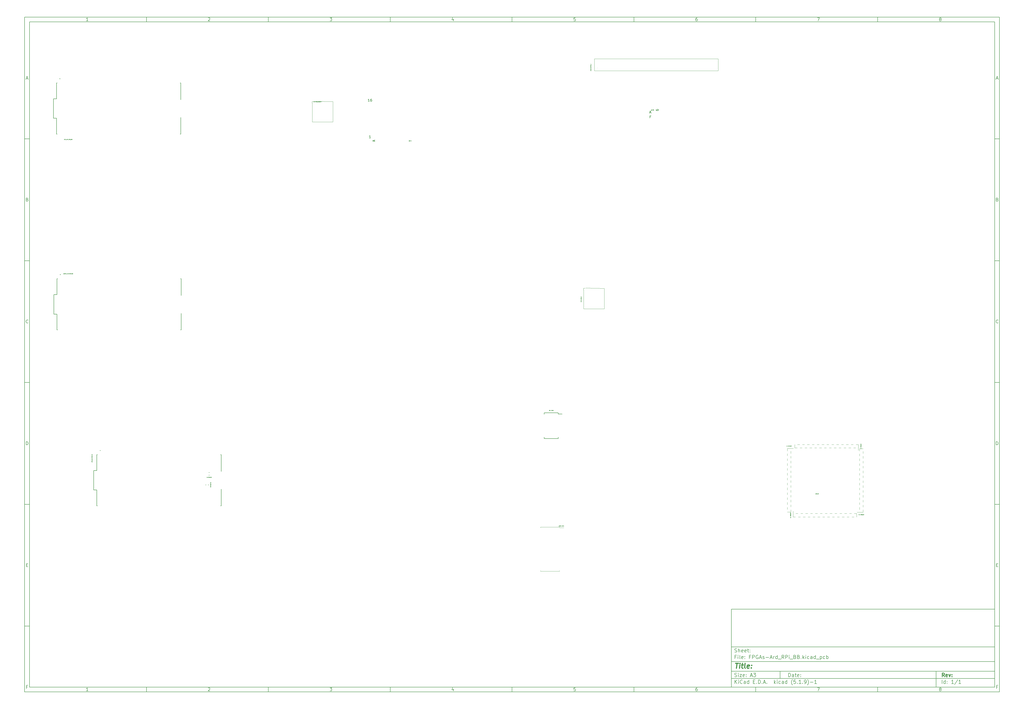
<source format=gbr>
%TF.GenerationSoftware,KiCad,Pcbnew,(5.1.9)-1*%
%TF.CreationDate,2022-04-18T20:38:20-06:00*%
%TF.ProjectId,FPGAs-Ard_RPi_BB,46504741-732d-4417-9264-5f5250695f42,rev?*%
%TF.SameCoordinates,Original*%
%TF.FileFunction,Legend,Bot*%
%TF.FilePolarity,Positive*%
%FSLAX46Y46*%
G04 Gerber Fmt 4.6, Leading zero omitted, Abs format (unit mm)*
G04 Created by KiCad (PCBNEW (5.1.9)-1) date 2022-04-18 20:38:20*
%MOMM*%
%LPD*%
G01*
G04 APERTURE LIST*
%ADD10C,0.100000*%
%ADD11C,0.150000*%
%ADD12C,0.300000*%
%ADD13C,0.400000*%
%ADD14C,0.120000*%
%ADD15C,0.127000*%
%ADD16C,0.200000*%
%ADD17C,0.062500*%
G04 APERTURE END LIST*
D10*
D11*
X299989000Y-253002200D02*
X299989000Y-285002200D01*
X407989000Y-285002200D01*
X407989000Y-253002200D01*
X299989000Y-253002200D01*
D10*
D11*
X10000000Y-10000000D02*
X10000000Y-287002200D01*
X409989000Y-287002200D01*
X409989000Y-10000000D01*
X10000000Y-10000000D01*
D10*
D11*
X12000000Y-12000000D02*
X12000000Y-285002200D01*
X407989000Y-285002200D01*
X407989000Y-12000000D01*
X12000000Y-12000000D01*
D10*
D11*
X60000000Y-12000000D02*
X60000000Y-10000000D01*
D10*
D11*
X110000000Y-12000000D02*
X110000000Y-10000000D01*
D10*
D11*
X160000000Y-12000000D02*
X160000000Y-10000000D01*
D10*
D11*
X210000000Y-12000000D02*
X210000000Y-10000000D01*
D10*
D11*
X260000000Y-12000000D02*
X260000000Y-10000000D01*
D10*
D11*
X310000000Y-12000000D02*
X310000000Y-10000000D01*
D10*
D11*
X360000000Y-12000000D02*
X360000000Y-10000000D01*
D10*
D11*
X36065476Y-11588095D02*
X35322619Y-11588095D01*
X35694047Y-11588095D02*
X35694047Y-10288095D01*
X35570238Y-10473809D01*
X35446428Y-10597619D01*
X35322619Y-10659523D01*
D10*
D11*
X85322619Y-10411904D02*
X85384523Y-10350000D01*
X85508333Y-10288095D01*
X85817857Y-10288095D01*
X85941666Y-10350000D01*
X86003571Y-10411904D01*
X86065476Y-10535714D01*
X86065476Y-10659523D01*
X86003571Y-10845238D01*
X85260714Y-11588095D01*
X86065476Y-11588095D01*
D10*
D11*
X135260714Y-10288095D02*
X136065476Y-10288095D01*
X135632142Y-10783333D01*
X135817857Y-10783333D01*
X135941666Y-10845238D01*
X136003571Y-10907142D01*
X136065476Y-11030952D01*
X136065476Y-11340476D01*
X136003571Y-11464285D01*
X135941666Y-11526190D01*
X135817857Y-11588095D01*
X135446428Y-11588095D01*
X135322619Y-11526190D01*
X135260714Y-11464285D01*
D10*
D11*
X185941666Y-10721428D02*
X185941666Y-11588095D01*
X185632142Y-10226190D02*
X185322619Y-11154761D01*
X186127380Y-11154761D01*
D10*
D11*
X236003571Y-10288095D02*
X235384523Y-10288095D01*
X235322619Y-10907142D01*
X235384523Y-10845238D01*
X235508333Y-10783333D01*
X235817857Y-10783333D01*
X235941666Y-10845238D01*
X236003571Y-10907142D01*
X236065476Y-11030952D01*
X236065476Y-11340476D01*
X236003571Y-11464285D01*
X235941666Y-11526190D01*
X235817857Y-11588095D01*
X235508333Y-11588095D01*
X235384523Y-11526190D01*
X235322619Y-11464285D01*
D10*
D11*
X285941666Y-10288095D02*
X285694047Y-10288095D01*
X285570238Y-10350000D01*
X285508333Y-10411904D01*
X285384523Y-10597619D01*
X285322619Y-10845238D01*
X285322619Y-11340476D01*
X285384523Y-11464285D01*
X285446428Y-11526190D01*
X285570238Y-11588095D01*
X285817857Y-11588095D01*
X285941666Y-11526190D01*
X286003571Y-11464285D01*
X286065476Y-11340476D01*
X286065476Y-11030952D01*
X286003571Y-10907142D01*
X285941666Y-10845238D01*
X285817857Y-10783333D01*
X285570238Y-10783333D01*
X285446428Y-10845238D01*
X285384523Y-10907142D01*
X285322619Y-11030952D01*
D10*
D11*
X335260714Y-10288095D02*
X336127380Y-10288095D01*
X335570238Y-11588095D01*
D10*
D11*
X385570238Y-10845238D02*
X385446428Y-10783333D01*
X385384523Y-10721428D01*
X385322619Y-10597619D01*
X385322619Y-10535714D01*
X385384523Y-10411904D01*
X385446428Y-10350000D01*
X385570238Y-10288095D01*
X385817857Y-10288095D01*
X385941666Y-10350000D01*
X386003571Y-10411904D01*
X386065476Y-10535714D01*
X386065476Y-10597619D01*
X386003571Y-10721428D01*
X385941666Y-10783333D01*
X385817857Y-10845238D01*
X385570238Y-10845238D01*
X385446428Y-10907142D01*
X385384523Y-10969047D01*
X385322619Y-11092857D01*
X385322619Y-11340476D01*
X385384523Y-11464285D01*
X385446428Y-11526190D01*
X385570238Y-11588095D01*
X385817857Y-11588095D01*
X385941666Y-11526190D01*
X386003571Y-11464285D01*
X386065476Y-11340476D01*
X386065476Y-11092857D01*
X386003571Y-10969047D01*
X385941666Y-10907142D01*
X385817857Y-10845238D01*
D10*
D11*
X60000000Y-285002200D02*
X60000000Y-287002200D01*
D10*
D11*
X110000000Y-285002200D02*
X110000000Y-287002200D01*
D10*
D11*
X160000000Y-285002200D02*
X160000000Y-287002200D01*
D10*
D11*
X210000000Y-285002200D02*
X210000000Y-287002200D01*
D10*
D11*
X260000000Y-285002200D02*
X260000000Y-287002200D01*
D10*
D11*
X310000000Y-285002200D02*
X310000000Y-287002200D01*
D10*
D11*
X360000000Y-285002200D02*
X360000000Y-287002200D01*
D10*
D11*
X36065476Y-286590295D02*
X35322619Y-286590295D01*
X35694047Y-286590295D02*
X35694047Y-285290295D01*
X35570238Y-285476009D01*
X35446428Y-285599819D01*
X35322619Y-285661723D01*
D10*
D11*
X85322619Y-285414104D02*
X85384523Y-285352200D01*
X85508333Y-285290295D01*
X85817857Y-285290295D01*
X85941666Y-285352200D01*
X86003571Y-285414104D01*
X86065476Y-285537914D01*
X86065476Y-285661723D01*
X86003571Y-285847438D01*
X85260714Y-286590295D01*
X86065476Y-286590295D01*
D10*
D11*
X135260714Y-285290295D02*
X136065476Y-285290295D01*
X135632142Y-285785533D01*
X135817857Y-285785533D01*
X135941666Y-285847438D01*
X136003571Y-285909342D01*
X136065476Y-286033152D01*
X136065476Y-286342676D01*
X136003571Y-286466485D01*
X135941666Y-286528390D01*
X135817857Y-286590295D01*
X135446428Y-286590295D01*
X135322619Y-286528390D01*
X135260714Y-286466485D01*
D10*
D11*
X185941666Y-285723628D02*
X185941666Y-286590295D01*
X185632142Y-285228390D02*
X185322619Y-286156961D01*
X186127380Y-286156961D01*
D10*
D11*
X236003571Y-285290295D02*
X235384523Y-285290295D01*
X235322619Y-285909342D01*
X235384523Y-285847438D01*
X235508333Y-285785533D01*
X235817857Y-285785533D01*
X235941666Y-285847438D01*
X236003571Y-285909342D01*
X236065476Y-286033152D01*
X236065476Y-286342676D01*
X236003571Y-286466485D01*
X235941666Y-286528390D01*
X235817857Y-286590295D01*
X235508333Y-286590295D01*
X235384523Y-286528390D01*
X235322619Y-286466485D01*
D10*
D11*
X285941666Y-285290295D02*
X285694047Y-285290295D01*
X285570238Y-285352200D01*
X285508333Y-285414104D01*
X285384523Y-285599819D01*
X285322619Y-285847438D01*
X285322619Y-286342676D01*
X285384523Y-286466485D01*
X285446428Y-286528390D01*
X285570238Y-286590295D01*
X285817857Y-286590295D01*
X285941666Y-286528390D01*
X286003571Y-286466485D01*
X286065476Y-286342676D01*
X286065476Y-286033152D01*
X286003571Y-285909342D01*
X285941666Y-285847438D01*
X285817857Y-285785533D01*
X285570238Y-285785533D01*
X285446428Y-285847438D01*
X285384523Y-285909342D01*
X285322619Y-286033152D01*
D10*
D11*
X335260714Y-285290295D02*
X336127380Y-285290295D01*
X335570238Y-286590295D01*
D10*
D11*
X385570238Y-285847438D02*
X385446428Y-285785533D01*
X385384523Y-285723628D01*
X385322619Y-285599819D01*
X385322619Y-285537914D01*
X385384523Y-285414104D01*
X385446428Y-285352200D01*
X385570238Y-285290295D01*
X385817857Y-285290295D01*
X385941666Y-285352200D01*
X386003571Y-285414104D01*
X386065476Y-285537914D01*
X386065476Y-285599819D01*
X386003571Y-285723628D01*
X385941666Y-285785533D01*
X385817857Y-285847438D01*
X385570238Y-285847438D01*
X385446428Y-285909342D01*
X385384523Y-285971247D01*
X385322619Y-286095057D01*
X385322619Y-286342676D01*
X385384523Y-286466485D01*
X385446428Y-286528390D01*
X385570238Y-286590295D01*
X385817857Y-286590295D01*
X385941666Y-286528390D01*
X386003571Y-286466485D01*
X386065476Y-286342676D01*
X386065476Y-286095057D01*
X386003571Y-285971247D01*
X385941666Y-285909342D01*
X385817857Y-285847438D01*
D10*
D11*
X10000000Y-60000000D02*
X12000000Y-60000000D01*
D10*
D11*
X10000000Y-110000000D02*
X12000000Y-110000000D01*
D10*
D11*
X10000000Y-160000000D02*
X12000000Y-160000000D01*
D10*
D11*
X10000000Y-210000000D02*
X12000000Y-210000000D01*
D10*
D11*
X10000000Y-260000000D02*
X12000000Y-260000000D01*
D10*
D11*
X10690476Y-35216666D02*
X11309523Y-35216666D01*
X10566666Y-35588095D02*
X11000000Y-34288095D01*
X11433333Y-35588095D01*
D10*
D11*
X11092857Y-84907142D02*
X11278571Y-84969047D01*
X11340476Y-85030952D01*
X11402380Y-85154761D01*
X11402380Y-85340476D01*
X11340476Y-85464285D01*
X11278571Y-85526190D01*
X11154761Y-85588095D01*
X10659523Y-85588095D01*
X10659523Y-84288095D01*
X11092857Y-84288095D01*
X11216666Y-84350000D01*
X11278571Y-84411904D01*
X11340476Y-84535714D01*
X11340476Y-84659523D01*
X11278571Y-84783333D01*
X11216666Y-84845238D01*
X11092857Y-84907142D01*
X10659523Y-84907142D01*
D10*
D11*
X11402380Y-135464285D02*
X11340476Y-135526190D01*
X11154761Y-135588095D01*
X11030952Y-135588095D01*
X10845238Y-135526190D01*
X10721428Y-135402380D01*
X10659523Y-135278571D01*
X10597619Y-135030952D01*
X10597619Y-134845238D01*
X10659523Y-134597619D01*
X10721428Y-134473809D01*
X10845238Y-134350000D01*
X11030952Y-134288095D01*
X11154761Y-134288095D01*
X11340476Y-134350000D01*
X11402380Y-134411904D01*
D10*
D11*
X10659523Y-185588095D02*
X10659523Y-184288095D01*
X10969047Y-184288095D01*
X11154761Y-184350000D01*
X11278571Y-184473809D01*
X11340476Y-184597619D01*
X11402380Y-184845238D01*
X11402380Y-185030952D01*
X11340476Y-185278571D01*
X11278571Y-185402380D01*
X11154761Y-185526190D01*
X10969047Y-185588095D01*
X10659523Y-185588095D01*
D10*
D11*
X10721428Y-234907142D02*
X11154761Y-234907142D01*
X11340476Y-235588095D02*
X10721428Y-235588095D01*
X10721428Y-234288095D01*
X11340476Y-234288095D01*
D10*
D11*
X11185714Y-284907142D02*
X10752380Y-284907142D01*
X10752380Y-285588095D02*
X10752380Y-284288095D01*
X11371428Y-284288095D01*
D10*
D11*
X409989000Y-60000000D02*
X407989000Y-60000000D01*
D10*
D11*
X409989000Y-110000000D02*
X407989000Y-110000000D01*
D10*
D11*
X409989000Y-160000000D02*
X407989000Y-160000000D01*
D10*
D11*
X409989000Y-210000000D02*
X407989000Y-210000000D01*
D10*
D11*
X409989000Y-260000000D02*
X407989000Y-260000000D01*
D10*
D11*
X408679476Y-35216666D02*
X409298523Y-35216666D01*
X408555666Y-35588095D02*
X408989000Y-34288095D01*
X409422333Y-35588095D01*
D10*
D11*
X409081857Y-84907142D02*
X409267571Y-84969047D01*
X409329476Y-85030952D01*
X409391380Y-85154761D01*
X409391380Y-85340476D01*
X409329476Y-85464285D01*
X409267571Y-85526190D01*
X409143761Y-85588095D01*
X408648523Y-85588095D01*
X408648523Y-84288095D01*
X409081857Y-84288095D01*
X409205666Y-84350000D01*
X409267571Y-84411904D01*
X409329476Y-84535714D01*
X409329476Y-84659523D01*
X409267571Y-84783333D01*
X409205666Y-84845238D01*
X409081857Y-84907142D01*
X408648523Y-84907142D01*
D10*
D11*
X409391380Y-135464285D02*
X409329476Y-135526190D01*
X409143761Y-135588095D01*
X409019952Y-135588095D01*
X408834238Y-135526190D01*
X408710428Y-135402380D01*
X408648523Y-135278571D01*
X408586619Y-135030952D01*
X408586619Y-134845238D01*
X408648523Y-134597619D01*
X408710428Y-134473809D01*
X408834238Y-134350000D01*
X409019952Y-134288095D01*
X409143761Y-134288095D01*
X409329476Y-134350000D01*
X409391380Y-134411904D01*
D10*
D11*
X408648523Y-185588095D02*
X408648523Y-184288095D01*
X408958047Y-184288095D01*
X409143761Y-184350000D01*
X409267571Y-184473809D01*
X409329476Y-184597619D01*
X409391380Y-184845238D01*
X409391380Y-185030952D01*
X409329476Y-185278571D01*
X409267571Y-185402380D01*
X409143761Y-185526190D01*
X408958047Y-185588095D01*
X408648523Y-185588095D01*
D10*
D11*
X408710428Y-234907142D02*
X409143761Y-234907142D01*
X409329476Y-235588095D02*
X408710428Y-235588095D01*
X408710428Y-234288095D01*
X409329476Y-234288095D01*
D10*
D11*
X409174714Y-284907142D02*
X408741380Y-284907142D01*
X408741380Y-285588095D02*
X408741380Y-284288095D01*
X409360428Y-284288095D01*
D10*
D11*
X323421142Y-280780771D02*
X323421142Y-279280771D01*
X323778285Y-279280771D01*
X323992571Y-279352200D01*
X324135428Y-279495057D01*
X324206857Y-279637914D01*
X324278285Y-279923628D01*
X324278285Y-280137914D01*
X324206857Y-280423628D01*
X324135428Y-280566485D01*
X323992571Y-280709342D01*
X323778285Y-280780771D01*
X323421142Y-280780771D01*
X325564000Y-280780771D02*
X325564000Y-279995057D01*
X325492571Y-279852200D01*
X325349714Y-279780771D01*
X325064000Y-279780771D01*
X324921142Y-279852200D01*
X325564000Y-280709342D02*
X325421142Y-280780771D01*
X325064000Y-280780771D01*
X324921142Y-280709342D01*
X324849714Y-280566485D01*
X324849714Y-280423628D01*
X324921142Y-280280771D01*
X325064000Y-280209342D01*
X325421142Y-280209342D01*
X325564000Y-280137914D01*
X326064000Y-279780771D02*
X326635428Y-279780771D01*
X326278285Y-279280771D02*
X326278285Y-280566485D01*
X326349714Y-280709342D01*
X326492571Y-280780771D01*
X326635428Y-280780771D01*
X327706857Y-280709342D02*
X327564000Y-280780771D01*
X327278285Y-280780771D01*
X327135428Y-280709342D01*
X327064000Y-280566485D01*
X327064000Y-279995057D01*
X327135428Y-279852200D01*
X327278285Y-279780771D01*
X327564000Y-279780771D01*
X327706857Y-279852200D01*
X327778285Y-279995057D01*
X327778285Y-280137914D01*
X327064000Y-280280771D01*
X328421142Y-280637914D02*
X328492571Y-280709342D01*
X328421142Y-280780771D01*
X328349714Y-280709342D01*
X328421142Y-280637914D01*
X328421142Y-280780771D01*
X328421142Y-279852200D02*
X328492571Y-279923628D01*
X328421142Y-279995057D01*
X328349714Y-279923628D01*
X328421142Y-279852200D01*
X328421142Y-279995057D01*
D10*
D11*
X299989000Y-281502200D02*
X407989000Y-281502200D01*
D10*
D11*
X301421142Y-283580771D02*
X301421142Y-282080771D01*
X302278285Y-283580771D02*
X301635428Y-282723628D01*
X302278285Y-282080771D02*
X301421142Y-282937914D01*
X302921142Y-283580771D02*
X302921142Y-282580771D01*
X302921142Y-282080771D02*
X302849714Y-282152200D01*
X302921142Y-282223628D01*
X302992571Y-282152200D01*
X302921142Y-282080771D01*
X302921142Y-282223628D01*
X304492571Y-283437914D02*
X304421142Y-283509342D01*
X304206857Y-283580771D01*
X304064000Y-283580771D01*
X303849714Y-283509342D01*
X303706857Y-283366485D01*
X303635428Y-283223628D01*
X303564000Y-282937914D01*
X303564000Y-282723628D01*
X303635428Y-282437914D01*
X303706857Y-282295057D01*
X303849714Y-282152200D01*
X304064000Y-282080771D01*
X304206857Y-282080771D01*
X304421142Y-282152200D01*
X304492571Y-282223628D01*
X305778285Y-283580771D02*
X305778285Y-282795057D01*
X305706857Y-282652200D01*
X305564000Y-282580771D01*
X305278285Y-282580771D01*
X305135428Y-282652200D01*
X305778285Y-283509342D02*
X305635428Y-283580771D01*
X305278285Y-283580771D01*
X305135428Y-283509342D01*
X305064000Y-283366485D01*
X305064000Y-283223628D01*
X305135428Y-283080771D01*
X305278285Y-283009342D01*
X305635428Y-283009342D01*
X305778285Y-282937914D01*
X307135428Y-283580771D02*
X307135428Y-282080771D01*
X307135428Y-283509342D02*
X306992571Y-283580771D01*
X306706857Y-283580771D01*
X306564000Y-283509342D01*
X306492571Y-283437914D01*
X306421142Y-283295057D01*
X306421142Y-282866485D01*
X306492571Y-282723628D01*
X306564000Y-282652200D01*
X306706857Y-282580771D01*
X306992571Y-282580771D01*
X307135428Y-282652200D01*
X308992571Y-282795057D02*
X309492571Y-282795057D01*
X309706857Y-283580771D02*
X308992571Y-283580771D01*
X308992571Y-282080771D01*
X309706857Y-282080771D01*
X310349714Y-283437914D02*
X310421142Y-283509342D01*
X310349714Y-283580771D01*
X310278285Y-283509342D01*
X310349714Y-283437914D01*
X310349714Y-283580771D01*
X311064000Y-283580771D02*
X311064000Y-282080771D01*
X311421142Y-282080771D01*
X311635428Y-282152200D01*
X311778285Y-282295057D01*
X311849714Y-282437914D01*
X311921142Y-282723628D01*
X311921142Y-282937914D01*
X311849714Y-283223628D01*
X311778285Y-283366485D01*
X311635428Y-283509342D01*
X311421142Y-283580771D01*
X311064000Y-283580771D01*
X312564000Y-283437914D02*
X312635428Y-283509342D01*
X312564000Y-283580771D01*
X312492571Y-283509342D01*
X312564000Y-283437914D01*
X312564000Y-283580771D01*
X313206857Y-283152200D02*
X313921142Y-283152200D01*
X313064000Y-283580771D02*
X313564000Y-282080771D01*
X314064000Y-283580771D01*
X314564000Y-283437914D02*
X314635428Y-283509342D01*
X314564000Y-283580771D01*
X314492571Y-283509342D01*
X314564000Y-283437914D01*
X314564000Y-283580771D01*
X317564000Y-283580771D02*
X317564000Y-282080771D01*
X317706857Y-283009342D02*
X318135428Y-283580771D01*
X318135428Y-282580771D02*
X317564000Y-283152200D01*
X318778285Y-283580771D02*
X318778285Y-282580771D01*
X318778285Y-282080771D02*
X318706857Y-282152200D01*
X318778285Y-282223628D01*
X318849714Y-282152200D01*
X318778285Y-282080771D01*
X318778285Y-282223628D01*
X320135428Y-283509342D02*
X319992571Y-283580771D01*
X319706857Y-283580771D01*
X319564000Y-283509342D01*
X319492571Y-283437914D01*
X319421142Y-283295057D01*
X319421142Y-282866485D01*
X319492571Y-282723628D01*
X319564000Y-282652200D01*
X319706857Y-282580771D01*
X319992571Y-282580771D01*
X320135428Y-282652200D01*
X321421142Y-283580771D02*
X321421142Y-282795057D01*
X321349714Y-282652200D01*
X321206857Y-282580771D01*
X320921142Y-282580771D01*
X320778285Y-282652200D01*
X321421142Y-283509342D02*
X321278285Y-283580771D01*
X320921142Y-283580771D01*
X320778285Y-283509342D01*
X320706857Y-283366485D01*
X320706857Y-283223628D01*
X320778285Y-283080771D01*
X320921142Y-283009342D01*
X321278285Y-283009342D01*
X321421142Y-282937914D01*
X322778285Y-283580771D02*
X322778285Y-282080771D01*
X322778285Y-283509342D02*
X322635428Y-283580771D01*
X322349714Y-283580771D01*
X322206857Y-283509342D01*
X322135428Y-283437914D01*
X322064000Y-283295057D01*
X322064000Y-282866485D01*
X322135428Y-282723628D01*
X322206857Y-282652200D01*
X322349714Y-282580771D01*
X322635428Y-282580771D01*
X322778285Y-282652200D01*
X325064000Y-284152200D02*
X324992571Y-284080771D01*
X324849714Y-283866485D01*
X324778285Y-283723628D01*
X324706857Y-283509342D01*
X324635428Y-283152200D01*
X324635428Y-282866485D01*
X324706857Y-282509342D01*
X324778285Y-282295057D01*
X324849714Y-282152200D01*
X324992571Y-281937914D01*
X325064000Y-281866485D01*
X326349714Y-282080771D02*
X325635428Y-282080771D01*
X325564000Y-282795057D01*
X325635428Y-282723628D01*
X325778285Y-282652200D01*
X326135428Y-282652200D01*
X326278285Y-282723628D01*
X326349714Y-282795057D01*
X326421142Y-282937914D01*
X326421142Y-283295057D01*
X326349714Y-283437914D01*
X326278285Y-283509342D01*
X326135428Y-283580771D01*
X325778285Y-283580771D01*
X325635428Y-283509342D01*
X325564000Y-283437914D01*
X327064000Y-283437914D02*
X327135428Y-283509342D01*
X327064000Y-283580771D01*
X326992571Y-283509342D01*
X327064000Y-283437914D01*
X327064000Y-283580771D01*
X328564000Y-283580771D02*
X327706857Y-283580771D01*
X328135428Y-283580771D02*
X328135428Y-282080771D01*
X327992571Y-282295057D01*
X327849714Y-282437914D01*
X327706857Y-282509342D01*
X329206857Y-283437914D02*
X329278285Y-283509342D01*
X329206857Y-283580771D01*
X329135428Y-283509342D01*
X329206857Y-283437914D01*
X329206857Y-283580771D01*
X329992571Y-283580771D02*
X330278285Y-283580771D01*
X330421142Y-283509342D01*
X330492571Y-283437914D01*
X330635428Y-283223628D01*
X330706857Y-282937914D01*
X330706857Y-282366485D01*
X330635428Y-282223628D01*
X330564000Y-282152200D01*
X330421142Y-282080771D01*
X330135428Y-282080771D01*
X329992571Y-282152200D01*
X329921142Y-282223628D01*
X329849714Y-282366485D01*
X329849714Y-282723628D01*
X329921142Y-282866485D01*
X329992571Y-282937914D01*
X330135428Y-283009342D01*
X330421142Y-283009342D01*
X330564000Y-282937914D01*
X330635428Y-282866485D01*
X330706857Y-282723628D01*
X331206857Y-284152200D02*
X331278285Y-284080771D01*
X331421142Y-283866485D01*
X331492571Y-283723628D01*
X331564000Y-283509342D01*
X331635428Y-283152200D01*
X331635428Y-282866485D01*
X331564000Y-282509342D01*
X331492571Y-282295057D01*
X331421142Y-282152200D01*
X331278285Y-281937914D01*
X331206857Y-281866485D01*
X332349714Y-283009342D02*
X333492571Y-283009342D01*
X334992571Y-283580771D02*
X334135428Y-283580771D01*
X334564000Y-283580771D02*
X334564000Y-282080771D01*
X334421142Y-282295057D01*
X334278285Y-282437914D01*
X334135428Y-282509342D01*
D10*
D11*
X299989000Y-278502200D02*
X407989000Y-278502200D01*
D10*
D12*
X387398285Y-280780771D02*
X386898285Y-280066485D01*
X386541142Y-280780771D02*
X386541142Y-279280771D01*
X387112571Y-279280771D01*
X387255428Y-279352200D01*
X387326857Y-279423628D01*
X387398285Y-279566485D01*
X387398285Y-279780771D01*
X387326857Y-279923628D01*
X387255428Y-279995057D01*
X387112571Y-280066485D01*
X386541142Y-280066485D01*
X388612571Y-280709342D02*
X388469714Y-280780771D01*
X388184000Y-280780771D01*
X388041142Y-280709342D01*
X387969714Y-280566485D01*
X387969714Y-279995057D01*
X388041142Y-279852200D01*
X388184000Y-279780771D01*
X388469714Y-279780771D01*
X388612571Y-279852200D01*
X388684000Y-279995057D01*
X388684000Y-280137914D01*
X387969714Y-280280771D01*
X389184000Y-279780771D02*
X389541142Y-280780771D01*
X389898285Y-279780771D01*
X390469714Y-280637914D02*
X390541142Y-280709342D01*
X390469714Y-280780771D01*
X390398285Y-280709342D01*
X390469714Y-280637914D01*
X390469714Y-280780771D01*
X390469714Y-279852200D02*
X390541142Y-279923628D01*
X390469714Y-279995057D01*
X390398285Y-279923628D01*
X390469714Y-279852200D01*
X390469714Y-279995057D01*
D10*
D11*
X301349714Y-280709342D02*
X301564000Y-280780771D01*
X301921142Y-280780771D01*
X302064000Y-280709342D01*
X302135428Y-280637914D01*
X302206857Y-280495057D01*
X302206857Y-280352200D01*
X302135428Y-280209342D01*
X302064000Y-280137914D01*
X301921142Y-280066485D01*
X301635428Y-279995057D01*
X301492571Y-279923628D01*
X301421142Y-279852200D01*
X301349714Y-279709342D01*
X301349714Y-279566485D01*
X301421142Y-279423628D01*
X301492571Y-279352200D01*
X301635428Y-279280771D01*
X301992571Y-279280771D01*
X302206857Y-279352200D01*
X302849714Y-280780771D02*
X302849714Y-279780771D01*
X302849714Y-279280771D02*
X302778285Y-279352200D01*
X302849714Y-279423628D01*
X302921142Y-279352200D01*
X302849714Y-279280771D01*
X302849714Y-279423628D01*
X303421142Y-279780771D02*
X304206857Y-279780771D01*
X303421142Y-280780771D01*
X304206857Y-280780771D01*
X305349714Y-280709342D02*
X305206857Y-280780771D01*
X304921142Y-280780771D01*
X304778285Y-280709342D01*
X304706857Y-280566485D01*
X304706857Y-279995057D01*
X304778285Y-279852200D01*
X304921142Y-279780771D01*
X305206857Y-279780771D01*
X305349714Y-279852200D01*
X305421142Y-279995057D01*
X305421142Y-280137914D01*
X304706857Y-280280771D01*
X306064000Y-280637914D02*
X306135428Y-280709342D01*
X306064000Y-280780771D01*
X305992571Y-280709342D01*
X306064000Y-280637914D01*
X306064000Y-280780771D01*
X306064000Y-279852200D02*
X306135428Y-279923628D01*
X306064000Y-279995057D01*
X305992571Y-279923628D01*
X306064000Y-279852200D01*
X306064000Y-279995057D01*
X307849714Y-280352200D02*
X308564000Y-280352200D01*
X307706857Y-280780771D02*
X308206857Y-279280771D01*
X308706857Y-280780771D01*
X309064000Y-279280771D02*
X309992571Y-279280771D01*
X309492571Y-279852200D01*
X309706857Y-279852200D01*
X309849714Y-279923628D01*
X309921142Y-279995057D01*
X309992571Y-280137914D01*
X309992571Y-280495057D01*
X309921142Y-280637914D01*
X309849714Y-280709342D01*
X309706857Y-280780771D01*
X309278285Y-280780771D01*
X309135428Y-280709342D01*
X309064000Y-280637914D01*
D10*
D11*
X386421142Y-283580771D02*
X386421142Y-282080771D01*
X387778285Y-283580771D02*
X387778285Y-282080771D01*
X387778285Y-283509342D02*
X387635428Y-283580771D01*
X387349714Y-283580771D01*
X387206857Y-283509342D01*
X387135428Y-283437914D01*
X387064000Y-283295057D01*
X387064000Y-282866485D01*
X387135428Y-282723628D01*
X387206857Y-282652200D01*
X387349714Y-282580771D01*
X387635428Y-282580771D01*
X387778285Y-282652200D01*
X388492571Y-283437914D02*
X388564000Y-283509342D01*
X388492571Y-283580771D01*
X388421142Y-283509342D01*
X388492571Y-283437914D01*
X388492571Y-283580771D01*
X388492571Y-282652200D02*
X388564000Y-282723628D01*
X388492571Y-282795057D01*
X388421142Y-282723628D01*
X388492571Y-282652200D01*
X388492571Y-282795057D01*
X391135428Y-283580771D02*
X390278285Y-283580771D01*
X390706857Y-283580771D02*
X390706857Y-282080771D01*
X390564000Y-282295057D01*
X390421142Y-282437914D01*
X390278285Y-282509342D01*
X392849714Y-282009342D02*
X391564000Y-283937914D01*
X394135428Y-283580771D02*
X393278285Y-283580771D01*
X393706857Y-283580771D02*
X393706857Y-282080771D01*
X393564000Y-282295057D01*
X393421142Y-282437914D01*
X393278285Y-282509342D01*
D10*
D11*
X299989000Y-274502200D02*
X407989000Y-274502200D01*
D10*
D13*
X301701380Y-275206961D02*
X302844238Y-275206961D01*
X302022809Y-277206961D02*
X302272809Y-275206961D01*
X303260904Y-277206961D02*
X303427571Y-275873628D01*
X303510904Y-275206961D02*
X303403761Y-275302200D01*
X303487095Y-275397438D01*
X303594238Y-275302200D01*
X303510904Y-275206961D01*
X303487095Y-275397438D01*
X304094238Y-275873628D02*
X304856142Y-275873628D01*
X304463285Y-275206961D02*
X304249000Y-276921247D01*
X304320428Y-277111723D01*
X304499000Y-277206961D01*
X304689476Y-277206961D01*
X305641857Y-277206961D02*
X305463285Y-277111723D01*
X305391857Y-276921247D01*
X305606142Y-275206961D01*
X307177571Y-277111723D02*
X306975190Y-277206961D01*
X306594238Y-277206961D01*
X306415666Y-277111723D01*
X306344238Y-276921247D01*
X306439476Y-276159342D01*
X306558523Y-275968866D01*
X306760904Y-275873628D01*
X307141857Y-275873628D01*
X307320428Y-275968866D01*
X307391857Y-276159342D01*
X307368047Y-276349819D01*
X306391857Y-276540295D01*
X308141857Y-277016485D02*
X308225190Y-277111723D01*
X308118047Y-277206961D01*
X308034714Y-277111723D01*
X308141857Y-277016485D01*
X308118047Y-277206961D01*
X308272809Y-275968866D02*
X308356142Y-276064104D01*
X308249000Y-276159342D01*
X308165666Y-276064104D01*
X308272809Y-275968866D01*
X308249000Y-276159342D01*
D10*
D11*
X301921142Y-272595057D02*
X301421142Y-272595057D01*
X301421142Y-273380771D02*
X301421142Y-271880771D01*
X302135428Y-271880771D01*
X302706857Y-273380771D02*
X302706857Y-272380771D01*
X302706857Y-271880771D02*
X302635428Y-271952200D01*
X302706857Y-272023628D01*
X302778285Y-271952200D01*
X302706857Y-271880771D01*
X302706857Y-272023628D01*
X303635428Y-273380771D02*
X303492571Y-273309342D01*
X303421142Y-273166485D01*
X303421142Y-271880771D01*
X304778285Y-273309342D02*
X304635428Y-273380771D01*
X304349714Y-273380771D01*
X304206857Y-273309342D01*
X304135428Y-273166485D01*
X304135428Y-272595057D01*
X304206857Y-272452200D01*
X304349714Y-272380771D01*
X304635428Y-272380771D01*
X304778285Y-272452200D01*
X304849714Y-272595057D01*
X304849714Y-272737914D01*
X304135428Y-272880771D01*
X305492571Y-273237914D02*
X305564000Y-273309342D01*
X305492571Y-273380771D01*
X305421142Y-273309342D01*
X305492571Y-273237914D01*
X305492571Y-273380771D01*
X305492571Y-272452200D02*
X305564000Y-272523628D01*
X305492571Y-272595057D01*
X305421142Y-272523628D01*
X305492571Y-272452200D01*
X305492571Y-272595057D01*
X307849714Y-272595057D02*
X307349714Y-272595057D01*
X307349714Y-273380771D02*
X307349714Y-271880771D01*
X308064000Y-271880771D01*
X308635428Y-273380771D02*
X308635428Y-271880771D01*
X309206857Y-271880771D01*
X309349714Y-271952200D01*
X309421142Y-272023628D01*
X309492571Y-272166485D01*
X309492571Y-272380771D01*
X309421142Y-272523628D01*
X309349714Y-272595057D01*
X309206857Y-272666485D01*
X308635428Y-272666485D01*
X310921142Y-271952200D02*
X310778285Y-271880771D01*
X310564000Y-271880771D01*
X310349714Y-271952200D01*
X310206857Y-272095057D01*
X310135428Y-272237914D01*
X310064000Y-272523628D01*
X310064000Y-272737914D01*
X310135428Y-273023628D01*
X310206857Y-273166485D01*
X310349714Y-273309342D01*
X310564000Y-273380771D01*
X310706857Y-273380771D01*
X310921142Y-273309342D01*
X310992571Y-273237914D01*
X310992571Y-272737914D01*
X310706857Y-272737914D01*
X311564000Y-272952200D02*
X312278285Y-272952200D01*
X311421142Y-273380771D02*
X311921142Y-271880771D01*
X312421142Y-273380771D01*
X312849714Y-273309342D02*
X312992571Y-273380771D01*
X313278285Y-273380771D01*
X313421142Y-273309342D01*
X313492571Y-273166485D01*
X313492571Y-273095057D01*
X313421142Y-272952200D01*
X313278285Y-272880771D01*
X313064000Y-272880771D01*
X312921142Y-272809342D01*
X312849714Y-272666485D01*
X312849714Y-272595057D01*
X312921142Y-272452200D01*
X313064000Y-272380771D01*
X313278285Y-272380771D01*
X313421142Y-272452200D01*
X314135428Y-272809342D02*
X315278285Y-272809342D01*
X315921142Y-272952200D02*
X316635428Y-272952200D01*
X315778285Y-273380771D02*
X316278285Y-271880771D01*
X316778285Y-273380771D01*
X317278285Y-273380771D02*
X317278285Y-272380771D01*
X317278285Y-272666485D02*
X317349714Y-272523628D01*
X317421142Y-272452200D01*
X317564000Y-272380771D01*
X317706857Y-272380771D01*
X318849714Y-273380771D02*
X318849714Y-271880771D01*
X318849714Y-273309342D02*
X318706857Y-273380771D01*
X318421142Y-273380771D01*
X318278285Y-273309342D01*
X318206857Y-273237914D01*
X318135428Y-273095057D01*
X318135428Y-272666485D01*
X318206857Y-272523628D01*
X318278285Y-272452200D01*
X318421142Y-272380771D01*
X318706857Y-272380771D01*
X318849714Y-272452200D01*
X319206857Y-273523628D02*
X320349714Y-273523628D01*
X321564000Y-273380771D02*
X321064000Y-272666485D01*
X320706857Y-273380771D02*
X320706857Y-271880771D01*
X321278285Y-271880771D01*
X321421142Y-271952200D01*
X321492571Y-272023628D01*
X321564000Y-272166485D01*
X321564000Y-272380771D01*
X321492571Y-272523628D01*
X321421142Y-272595057D01*
X321278285Y-272666485D01*
X320706857Y-272666485D01*
X322206857Y-273380771D02*
X322206857Y-271880771D01*
X322778285Y-271880771D01*
X322921142Y-271952200D01*
X322992571Y-272023628D01*
X323064000Y-272166485D01*
X323064000Y-272380771D01*
X322992571Y-272523628D01*
X322921142Y-272595057D01*
X322778285Y-272666485D01*
X322206857Y-272666485D01*
X323706857Y-273380771D02*
X323706857Y-272380771D01*
X323706857Y-271880771D02*
X323635428Y-271952200D01*
X323706857Y-272023628D01*
X323778285Y-271952200D01*
X323706857Y-271880771D01*
X323706857Y-272023628D01*
X324064000Y-273523628D02*
X325206857Y-273523628D01*
X326064000Y-272595057D02*
X326278285Y-272666485D01*
X326349714Y-272737914D01*
X326421142Y-272880771D01*
X326421142Y-273095057D01*
X326349714Y-273237914D01*
X326278285Y-273309342D01*
X326135428Y-273380771D01*
X325564000Y-273380771D01*
X325564000Y-271880771D01*
X326064000Y-271880771D01*
X326206857Y-271952200D01*
X326278285Y-272023628D01*
X326349714Y-272166485D01*
X326349714Y-272309342D01*
X326278285Y-272452200D01*
X326206857Y-272523628D01*
X326064000Y-272595057D01*
X325564000Y-272595057D01*
X327564000Y-272595057D02*
X327778285Y-272666485D01*
X327849714Y-272737914D01*
X327921142Y-272880771D01*
X327921142Y-273095057D01*
X327849714Y-273237914D01*
X327778285Y-273309342D01*
X327635428Y-273380771D01*
X327064000Y-273380771D01*
X327064000Y-271880771D01*
X327564000Y-271880771D01*
X327706857Y-271952200D01*
X327778285Y-272023628D01*
X327849714Y-272166485D01*
X327849714Y-272309342D01*
X327778285Y-272452200D01*
X327706857Y-272523628D01*
X327564000Y-272595057D01*
X327064000Y-272595057D01*
X328564000Y-273237914D02*
X328635428Y-273309342D01*
X328564000Y-273380771D01*
X328492571Y-273309342D01*
X328564000Y-273237914D01*
X328564000Y-273380771D01*
X329278285Y-273380771D02*
X329278285Y-271880771D01*
X329421142Y-272809342D02*
X329849714Y-273380771D01*
X329849714Y-272380771D02*
X329278285Y-272952200D01*
X330492571Y-273380771D02*
X330492571Y-272380771D01*
X330492571Y-271880771D02*
X330421142Y-271952200D01*
X330492571Y-272023628D01*
X330564000Y-271952200D01*
X330492571Y-271880771D01*
X330492571Y-272023628D01*
X331849714Y-273309342D02*
X331706857Y-273380771D01*
X331421142Y-273380771D01*
X331278285Y-273309342D01*
X331206857Y-273237914D01*
X331135428Y-273095057D01*
X331135428Y-272666485D01*
X331206857Y-272523628D01*
X331278285Y-272452200D01*
X331421142Y-272380771D01*
X331706857Y-272380771D01*
X331849714Y-272452200D01*
X333135428Y-273380771D02*
X333135428Y-272595057D01*
X333064000Y-272452200D01*
X332921142Y-272380771D01*
X332635428Y-272380771D01*
X332492571Y-272452200D01*
X333135428Y-273309342D02*
X332992571Y-273380771D01*
X332635428Y-273380771D01*
X332492571Y-273309342D01*
X332421142Y-273166485D01*
X332421142Y-273023628D01*
X332492571Y-272880771D01*
X332635428Y-272809342D01*
X332992571Y-272809342D01*
X333135428Y-272737914D01*
X334492571Y-273380771D02*
X334492571Y-271880771D01*
X334492571Y-273309342D02*
X334349714Y-273380771D01*
X334064000Y-273380771D01*
X333921142Y-273309342D01*
X333849714Y-273237914D01*
X333778285Y-273095057D01*
X333778285Y-272666485D01*
X333849714Y-272523628D01*
X333921142Y-272452200D01*
X334064000Y-272380771D01*
X334349714Y-272380771D01*
X334492571Y-272452200D01*
X334849714Y-273523628D02*
X335992571Y-273523628D01*
X336349714Y-272380771D02*
X336349714Y-273880771D01*
X336349714Y-272452200D02*
X336492571Y-272380771D01*
X336778285Y-272380771D01*
X336921142Y-272452200D01*
X336992571Y-272523628D01*
X337064000Y-272666485D01*
X337064000Y-273095057D01*
X336992571Y-273237914D01*
X336921142Y-273309342D01*
X336778285Y-273380771D01*
X336492571Y-273380771D01*
X336349714Y-273309342D01*
X338349714Y-273309342D02*
X338206857Y-273380771D01*
X337921142Y-273380771D01*
X337778285Y-273309342D01*
X337706857Y-273237914D01*
X337635428Y-273095057D01*
X337635428Y-272666485D01*
X337706857Y-272523628D01*
X337778285Y-272452200D01*
X337921142Y-272380771D01*
X338206857Y-272380771D01*
X338349714Y-272452200D01*
X338992571Y-273380771D02*
X338992571Y-271880771D01*
X338992571Y-272452200D02*
X339135428Y-272380771D01*
X339421142Y-272380771D01*
X339564000Y-272452200D01*
X339635428Y-272523628D01*
X339706857Y-272666485D01*
X339706857Y-273095057D01*
X339635428Y-273237914D01*
X339564000Y-273309342D01*
X339421142Y-273380771D01*
X339135428Y-273380771D01*
X338992571Y-273309342D01*
D10*
D11*
X299989000Y-268502200D02*
X407989000Y-268502200D01*
D10*
D11*
X301349714Y-270609342D02*
X301564000Y-270680771D01*
X301921142Y-270680771D01*
X302064000Y-270609342D01*
X302135428Y-270537914D01*
X302206857Y-270395057D01*
X302206857Y-270252200D01*
X302135428Y-270109342D01*
X302064000Y-270037914D01*
X301921142Y-269966485D01*
X301635428Y-269895057D01*
X301492571Y-269823628D01*
X301421142Y-269752200D01*
X301349714Y-269609342D01*
X301349714Y-269466485D01*
X301421142Y-269323628D01*
X301492571Y-269252200D01*
X301635428Y-269180771D01*
X301992571Y-269180771D01*
X302206857Y-269252200D01*
X302849714Y-270680771D02*
X302849714Y-269180771D01*
X303492571Y-270680771D02*
X303492571Y-269895057D01*
X303421142Y-269752200D01*
X303278285Y-269680771D01*
X303064000Y-269680771D01*
X302921142Y-269752200D01*
X302849714Y-269823628D01*
X304778285Y-270609342D02*
X304635428Y-270680771D01*
X304349714Y-270680771D01*
X304206857Y-270609342D01*
X304135428Y-270466485D01*
X304135428Y-269895057D01*
X304206857Y-269752200D01*
X304349714Y-269680771D01*
X304635428Y-269680771D01*
X304778285Y-269752200D01*
X304849714Y-269895057D01*
X304849714Y-270037914D01*
X304135428Y-270180771D01*
X306064000Y-270609342D02*
X305921142Y-270680771D01*
X305635428Y-270680771D01*
X305492571Y-270609342D01*
X305421142Y-270466485D01*
X305421142Y-269895057D01*
X305492571Y-269752200D01*
X305635428Y-269680771D01*
X305921142Y-269680771D01*
X306064000Y-269752200D01*
X306135428Y-269895057D01*
X306135428Y-270037914D01*
X305421142Y-270180771D01*
X306564000Y-269680771D02*
X307135428Y-269680771D01*
X306778285Y-269180771D02*
X306778285Y-270466485D01*
X306849714Y-270609342D01*
X306992571Y-270680771D01*
X307135428Y-270680771D01*
X307635428Y-270537914D02*
X307706857Y-270609342D01*
X307635428Y-270680771D01*
X307564000Y-270609342D01*
X307635428Y-270537914D01*
X307635428Y-270680771D01*
X307635428Y-269752200D02*
X307706857Y-269823628D01*
X307635428Y-269895057D01*
X307564000Y-269823628D01*
X307635428Y-269752200D01*
X307635428Y-269895057D01*
D10*
D11*
X319989000Y-278502200D02*
X319989000Y-281502200D01*
D10*
D11*
X383989000Y-278502200D02*
X383989000Y-285002200D01*
D10*
%TO.C,Lr_RPi_4B_Hdr1*%
X245059200Y-30861000D02*
X245059200Y-30861000D01*
X245059200Y-30861000D02*
X245059200Y-30861000D01*
X245059200Y-30861000D02*
X245059200Y-30861000D01*
X245059200Y-30861000D02*
X245059200Y-30861000D01*
X294589200Y-32066000D02*
X294589200Y-27116000D01*
X243789200Y-32066000D02*
X294589200Y-32066000D01*
X243789200Y-27116000D02*
X243789200Y-32066000D01*
X294589200Y-27116000D02*
X243789200Y-27116000D01*
D14*
%TO.C,PQG208-J1*%
X324354500Y-187066600D02*
X322964500Y-187066600D01*
X324354500Y-213186600D02*
X322964500Y-213186600D01*
X324354500Y-187066600D02*
X325349500Y-187066600D01*
X324354500Y-187066600D02*
X324354500Y-187066600D01*
X322964500Y-213186600D02*
X322964500Y-213186600D01*
X322964500Y-187066600D02*
X322964500Y-188066600D01*
X322964500Y-189186600D02*
X322964500Y-190066600D01*
X322964500Y-191186600D02*
X322964500Y-192066600D01*
X322964500Y-193186600D02*
X322964500Y-194066600D01*
X322964500Y-195186600D02*
X322964500Y-196066600D01*
X322964500Y-197186600D02*
X322964500Y-198066600D01*
X322964500Y-199186600D02*
X322964500Y-200066600D01*
X322964500Y-201186600D02*
X322964500Y-202066600D01*
X322964500Y-203186600D02*
X322964500Y-204066600D01*
X322964500Y-205186600D02*
X322964500Y-206066600D01*
X322964500Y-207186600D02*
X322964500Y-208066600D01*
X322964500Y-209186600D02*
X322964500Y-210066600D01*
X322964500Y-211186600D02*
X322964500Y-212066600D01*
X324354500Y-188186600D02*
X324354500Y-189066600D01*
X324354500Y-190186600D02*
X324354500Y-191066600D01*
X324354500Y-192186600D02*
X324354500Y-193066600D01*
X324354500Y-194186600D02*
X324354500Y-195066600D01*
X324354500Y-196186600D02*
X324354500Y-197066600D01*
X324354500Y-198186600D02*
X324354500Y-199066600D01*
X324354500Y-200186600D02*
X324354500Y-201066600D01*
X324354500Y-202186600D02*
X324354500Y-203066600D01*
X324354500Y-204186600D02*
X324354500Y-205066600D01*
X324354500Y-206186600D02*
X324354500Y-207066600D01*
X324354500Y-208186600D02*
X324354500Y-209066600D01*
X324354500Y-210186600D02*
X324354500Y-211066600D01*
X324354500Y-212186600D02*
X324354500Y-213186600D01*
%TO.C,PQG208-J2*%
X325268000Y-213782600D02*
X325268000Y-215172600D01*
X351388000Y-213782600D02*
X351388000Y-215172600D01*
X325268000Y-213782600D02*
X325268000Y-212787600D01*
X325268000Y-213782600D02*
X325268000Y-213782600D01*
X351388000Y-215172600D02*
X351388000Y-215172600D01*
X325268000Y-215172600D02*
X326268000Y-215172600D01*
X327388000Y-215172600D02*
X328268000Y-215172600D01*
X329388000Y-215172600D02*
X330268000Y-215172600D01*
X331388000Y-215172600D02*
X332268000Y-215172600D01*
X333388000Y-215172600D02*
X334268000Y-215172600D01*
X335388000Y-215172600D02*
X336268000Y-215172600D01*
X337388000Y-215172600D02*
X338268000Y-215172600D01*
X339388000Y-215172600D02*
X340268000Y-215172600D01*
X341388000Y-215172600D02*
X342268000Y-215172600D01*
X343388000Y-215172600D02*
X344268000Y-215172600D01*
X345388000Y-215172600D02*
X346268000Y-215172600D01*
X347388000Y-215172600D02*
X348268000Y-215172600D01*
X349388000Y-215172600D02*
X350268000Y-215172600D01*
X326388000Y-213782600D02*
X327268000Y-213782600D01*
X328388000Y-213782600D02*
X329268000Y-213782600D01*
X330388000Y-213782600D02*
X331268000Y-213782600D01*
X332388000Y-213782600D02*
X333268000Y-213782600D01*
X334388000Y-213782600D02*
X335268000Y-213782600D01*
X336388000Y-213782600D02*
X337268000Y-213782600D01*
X338388000Y-213782600D02*
X339268000Y-213782600D01*
X340388000Y-213782600D02*
X341268000Y-213782600D01*
X342388000Y-213782600D02*
X343268000Y-213782600D01*
X344388000Y-213782600D02*
X345268000Y-213782600D01*
X346388000Y-213782600D02*
X347268000Y-213782600D01*
X348388000Y-213782600D02*
X349268000Y-213782600D01*
X350388000Y-213782600D02*
X351388000Y-213782600D01*
%TO.C,PQG208-J3*%
X352569500Y-213241100D02*
X353959500Y-213241100D01*
X352569500Y-187121100D02*
X353959500Y-187121100D01*
X352569500Y-213241100D02*
X351574500Y-213241100D01*
X352569500Y-213241100D02*
X352569500Y-213241100D01*
X353959500Y-187121100D02*
X353959500Y-187121100D01*
X353959500Y-213241100D02*
X353959500Y-212241100D01*
X353959500Y-211121100D02*
X353959500Y-210241100D01*
X353959500Y-209121100D02*
X353959500Y-208241100D01*
X353959500Y-207121100D02*
X353959500Y-206241100D01*
X353959500Y-205121100D02*
X353959500Y-204241100D01*
X353959500Y-203121100D02*
X353959500Y-202241100D01*
X353959500Y-201121100D02*
X353959500Y-200241100D01*
X353959500Y-199121100D02*
X353959500Y-198241100D01*
X353959500Y-197121100D02*
X353959500Y-196241100D01*
X353959500Y-195121100D02*
X353959500Y-194241100D01*
X353959500Y-193121100D02*
X353959500Y-192241100D01*
X353959500Y-191121100D02*
X353959500Y-190241100D01*
X353959500Y-189121100D02*
X353959500Y-188241100D01*
X352569500Y-212121100D02*
X352569500Y-211241100D01*
X352569500Y-210121100D02*
X352569500Y-209241100D01*
X352569500Y-208121100D02*
X352569500Y-207241100D01*
X352569500Y-206121100D02*
X352569500Y-205241100D01*
X352569500Y-204121100D02*
X352569500Y-203241100D01*
X352569500Y-202121100D02*
X352569500Y-201241100D01*
X352569500Y-200121100D02*
X352569500Y-199241100D01*
X352569500Y-198121100D02*
X352569500Y-197241100D01*
X352569500Y-196121100D02*
X352569500Y-195241100D01*
X352569500Y-194121100D02*
X352569500Y-193241100D01*
X352569500Y-192121100D02*
X352569500Y-191241100D01*
X352569500Y-190121100D02*
X352569500Y-189241100D01*
X352569500Y-188121100D02*
X352569500Y-187121100D01*
%TO.C,PQG208-J4*%
X352086500Y-186851600D02*
X352086500Y-185461600D01*
X325966500Y-186851600D02*
X325966500Y-185461600D01*
X352086500Y-186851600D02*
X352086500Y-187846600D01*
X352086500Y-186851600D02*
X352086500Y-186851600D01*
X325966500Y-185461600D02*
X325966500Y-185461600D01*
X352086500Y-185461600D02*
X351086500Y-185461600D01*
X349966500Y-185461600D02*
X349086500Y-185461600D01*
X347966500Y-185461600D02*
X347086500Y-185461600D01*
X345966500Y-185461600D02*
X345086500Y-185461600D01*
X343966500Y-185461600D02*
X343086500Y-185461600D01*
X341966500Y-185461600D02*
X341086500Y-185461600D01*
X339966500Y-185461600D02*
X339086500Y-185461600D01*
X337966500Y-185461600D02*
X337086500Y-185461600D01*
X335966500Y-185461600D02*
X335086500Y-185461600D01*
X333966500Y-185461600D02*
X333086500Y-185461600D01*
X331966500Y-185461600D02*
X331086500Y-185461600D01*
X329966500Y-185461600D02*
X329086500Y-185461600D01*
X327966500Y-185461600D02*
X327086500Y-185461600D01*
X350966500Y-186851600D02*
X350086500Y-186851600D01*
X348966500Y-186851600D02*
X348086500Y-186851600D01*
X346966500Y-186851600D02*
X346086500Y-186851600D01*
X344966500Y-186851600D02*
X344086500Y-186851600D01*
X342966500Y-186851600D02*
X342086500Y-186851600D01*
X340966500Y-186851600D02*
X340086500Y-186851600D01*
X338966500Y-186851600D02*
X338086500Y-186851600D01*
X336966500Y-186851600D02*
X336086500Y-186851600D01*
X334966500Y-186851600D02*
X334086500Y-186851600D01*
X332966500Y-186851600D02*
X332086500Y-186851600D01*
X330966500Y-186851600D02*
X330086500Y-186851600D01*
X328966500Y-186851600D02*
X328086500Y-186851600D01*
X326966500Y-186851600D02*
X325966500Y-186851600D01*
%TO.C,Xx_BGA-8x8*%
X239291840Y-121995880D02*
X239291840Y-121295880D01*
X239291840Y-121295880D02*
X239991840Y-121295880D01*
X239328840Y-129714880D02*
X239328840Y-121967880D01*
X240217840Y-121205880D02*
X247837840Y-121332880D01*
X247837840Y-121332880D02*
X247837840Y-129714880D01*
X247837840Y-129714880D02*
X239455840Y-129714880D01*
%TO.C,PGQ256_BGA-8x8*%
X127948520Y-45361920D02*
X127948520Y-44661920D01*
X127948520Y-44661920D02*
X128648520Y-44661920D01*
X127985520Y-53080920D02*
X127985520Y-45333920D01*
X128874520Y-44571920D02*
X136494520Y-44698920D01*
X136494520Y-44698920D02*
X136494520Y-53080920D01*
X136494520Y-53080920D02*
X128112520Y-53080920D01*
%TO.C,SOIC-28W1*%
X225552000Y-237431400D02*
X221692000Y-237431400D01*
X221692000Y-237431400D02*
X221692000Y-237186400D01*
X225552000Y-237431400D02*
X229412000Y-237431400D01*
X229412000Y-237431400D02*
X229412000Y-237186400D01*
X225552000Y-219311400D02*
X221692000Y-219311400D01*
X221692000Y-219311400D02*
X221692000Y-219556400D01*
X225552000Y-219311400D02*
X229412000Y-219311400D01*
X229412000Y-219311400D02*
X229412000Y-219556400D01*
X229412000Y-219556400D02*
X231227000Y-219556400D01*
D11*
%TO.C,SSOP-28*%
X228960400Y-172398800D02*
X228960400Y-172973800D01*
X223210400Y-172398800D02*
X223210400Y-173048800D01*
X223210400Y-183048800D02*
X223210400Y-182398800D01*
X228960400Y-183048800D02*
X228960400Y-182398800D01*
X228960400Y-172398800D02*
X223210400Y-172398800D01*
X228960400Y-183048800D02*
X223210400Y-183048800D01*
X228960400Y-172973800D02*
X230560400Y-172973800D01*
D15*
%TO.C,SEN_RPi_Pico_SC915*%
X23543400Y-117414400D02*
X23293400Y-117414400D01*
X74293400Y-117414400D02*
X74043400Y-117414400D01*
X23293400Y-138414400D02*
X23543400Y-138414400D01*
X74293400Y-138414400D02*
X74043400Y-138414400D01*
X74293400Y-124254400D02*
X74293400Y-117414400D01*
X74293400Y-138414400D02*
X74293400Y-131574400D01*
X23293400Y-117414400D02*
X23293400Y-123914400D01*
X23293400Y-123914400D02*
X21993400Y-123914400D01*
X21993400Y-123914400D02*
X21993400Y-131914400D01*
X21993400Y-131914400D02*
X23293400Y-131914400D01*
X23293400Y-131914400D02*
X23293400Y-138414400D01*
D16*
X24763400Y-115724400D02*
G75*
G03*
X24763400Y-115724400I-100000J0D01*
G01*
D15*
%TO.C,LED_RPi_Pico_SC1*%
X39901000Y-189601200D02*
X39651000Y-189601200D01*
X90651000Y-189601200D02*
X90401000Y-189601200D01*
X39651000Y-210601200D02*
X39901000Y-210601200D01*
X90651000Y-210601200D02*
X90401000Y-210601200D01*
X90651000Y-196441200D02*
X90651000Y-189601200D01*
X90651000Y-210601200D02*
X90651000Y-203761200D01*
X39651000Y-189601200D02*
X39651000Y-196101200D01*
X39651000Y-196101200D02*
X38351000Y-196101200D01*
X38351000Y-196101200D02*
X38351000Y-204101200D01*
X38351000Y-204101200D02*
X39651000Y-204101200D01*
X39651000Y-204101200D02*
X39651000Y-210601200D01*
D16*
X41121000Y-187911200D02*
G75*
G03*
X41121000Y-187911200I-100000J0D01*
G01*
D15*
%TO.C,SMD_RPi_Pico_SC1*%
X23365600Y-37023400D02*
X23115600Y-37023400D01*
X74115600Y-37023400D02*
X73865600Y-37023400D01*
X23115600Y-58023400D02*
X23365600Y-58023400D01*
X74115600Y-58023400D02*
X73865600Y-58023400D01*
X74115600Y-43863400D02*
X74115600Y-37023400D01*
X74115600Y-58023400D02*
X74115600Y-51183400D01*
X23115600Y-37023400D02*
X23115600Y-43523400D01*
X23115600Y-43523400D02*
X21815600Y-43523400D01*
X21815600Y-43523400D02*
X21815600Y-51523400D01*
X21815600Y-51523400D02*
X23115600Y-51523400D01*
X23115600Y-51523400D02*
X23115600Y-58023400D01*
D16*
X24585600Y-35333400D02*
G75*
G03*
X24585600Y-35333400I-100000J0D01*
G01*
D14*
%TO.C,LED_RPi_R1*%
X85450142Y-197956700D02*
X85924658Y-197956700D01*
X85450142Y-196911700D02*
X85924658Y-196911700D01*
%TO.C,LED_RPi_R2*%
X84338900Y-202192658D02*
X84338900Y-201718142D01*
X85383900Y-202192658D02*
X85383900Y-201718142D01*
%TO.C,PQG256*%
D11*
X151511023Y-44615980D02*
X150939595Y-44615980D01*
X151225309Y-44615980D02*
X151225309Y-43615980D01*
X151130071Y-43758838D01*
X151034833Y-43854076D01*
X150939595Y-43901695D01*
X152368166Y-43615980D02*
X152177690Y-43615980D01*
X152082452Y-43663600D01*
X152034833Y-43711219D01*
X151939595Y-43854076D01*
X151891976Y-44044552D01*
X151891976Y-44425504D01*
X151939595Y-44520742D01*
X151987214Y-44568361D01*
X152082452Y-44615980D01*
X152272928Y-44615980D01*
X152368166Y-44568361D01*
X152415785Y-44520742D01*
X152463404Y-44425504D01*
X152463404Y-44187409D01*
X152415785Y-44092171D01*
X152368166Y-44044552D01*
X152272928Y-43996933D01*
X152082452Y-43996933D01*
X151987214Y-44044552D01*
X151939595Y-44092171D01*
X151891976Y-44187409D01*
X151987214Y-59615981D02*
X151415785Y-59615981D01*
X151701500Y-59615981D02*
X151701500Y-58615981D01*
X151606261Y-58758839D01*
X151511023Y-58854077D01*
X151415785Y-58901696D01*
X167785165Y-61080614D02*
X167785165Y-60509185D01*
X168785165Y-60794900D02*
X167785165Y-60794900D01*
X153499481Y-61032995D02*
X153499481Y-60556804D01*
X153785195Y-61128233D02*
X152785195Y-60794900D01*
X153785195Y-60461566D01*
%TO.C,Lr_RPi_4B_Hdr1*%
D17*
X242365296Y-29414237D02*
X242365296Y-29295189D01*
X242115296Y-29295189D01*
X242365296Y-29497570D02*
X242198629Y-29497570D01*
X242246248Y-29497570D02*
X242222439Y-29509475D01*
X242210534Y-29521379D01*
X242198629Y-29545189D01*
X242198629Y-29568999D01*
X242389105Y-29592808D02*
X242389105Y-29783284D01*
X242365296Y-29985665D02*
X242246248Y-29902332D01*
X242365296Y-29842808D02*
X242115296Y-29842808D01*
X242115296Y-29938046D01*
X242127201Y-29961856D01*
X242139105Y-29973760D01*
X242162915Y-29985665D01*
X242198629Y-29985665D01*
X242222439Y-29973760D01*
X242234343Y-29961856D01*
X242246248Y-29938046D01*
X242246248Y-29842808D01*
X242365296Y-30092808D02*
X242115296Y-30092808D01*
X242115296Y-30188046D01*
X242127201Y-30211856D01*
X242139105Y-30223760D01*
X242162915Y-30235665D01*
X242198629Y-30235665D01*
X242222439Y-30223760D01*
X242234343Y-30211856D01*
X242246248Y-30188046D01*
X242246248Y-30092808D01*
X242365296Y-30342808D02*
X242198629Y-30342808D01*
X242115296Y-30342808D02*
X242127201Y-30330903D01*
X242139105Y-30342808D01*
X242127201Y-30354713D01*
X242115296Y-30342808D01*
X242139105Y-30342808D01*
X242389105Y-30402332D02*
X242389105Y-30592808D01*
X242198629Y-30759475D02*
X242365296Y-30759475D01*
X242103391Y-30699951D02*
X242281962Y-30640427D01*
X242281962Y-30795189D01*
X242234343Y-30973760D02*
X242246248Y-31009475D01*
X242258153Y-31021379D01*
X242281962Y-31033284D01*
X242317677Y-31033284D01*
X242341486Y-31021379D01*
X242353391Y-31009475D01*
X242365296Y-30985665D01*
X242365296Y-30890427D01*
X242115296Y-30890427D01*
X242115296Y-30973760D01*
X242127201Y-30997570D01*
X242139105Y-31009475D01*
X242162915Y-31021379D01*
X242186724Y-31021379D01*
X242210534Y-31009475D01*
X242222439Y-30997570D01*
X242234343Y-30973760D01*
X242234343Y-30890427D01*
X242389105Y-31080903D02*
X242389105Y-31271379D01*
X242365296Y-31330903D02*
X242115296Y-31330903D01*
X242234343Y-31330903D02*
X242234343Y-31473760D01*
X242365296Y-31473760D02*
X242115296Y-31473760D01*
X242365296Y-31699951D02*
X242115296Y-31699951D01*
X242353391Y-31699951D02*
X242365296Y-31676141D01*
X242365296Y-31628522D01*
X242353391Y-31604713D01*
X242341486Y-31592808D01*
X242317677Y-31580903D01*
X242246248Y-31580903D01*
X242222439Y-31592808D01*
X242210534Y-31604713D01*
X242198629Y-31628522D01*
X242198629Y-31676141D01*
X242210534Y-31699951D01*
X242365296Y-31818999D02*
X242198629Y-31818999D01*
X242246248Y-31818999D02*
X242222439Y-31830903D01*
X242210534Y-31842808D01*
X242198629Y-31866618D01*
X242198629Y-31890427D01*
X242365296Y-32104713D02*
X242365296Y-31961856D01*
X242365296Y-32033284D02*
X242115296Y-32033284D01*
X242151010Y-32009475D01*
X242174820Y-31985665D01*
X242186724Y-31961856D01*
%TO.C,MS_TR1*%
X335726404Y-205764195D02*
X335726404Y-205514195D01*
X335643071Y-205692766D01*
X335559738Y-205514195D01*
X335559738Y-205764195D01*
X335452595Y-205752290D02*
X335416880Y-205764195D01*
X335357357Y-205764195D01*
X335333547Y-205752290D01*
X335321642Y-205740385D01*
X335309738Y-205716576D01*
X335309738Y-205692766D01*
X335321642Y-205668957D01*
X335333547Y-205657052D01*
X335357357Y-205645147D01*
X335404976Y-205633242D01*
X335428785Y-205621338D01*
X335440690Y-205609433D01*
X335452595Y-205585623D01*
X335452595Y-205561814D01*
X335440690Y-205538004D01*
X335428785Y-205526100D01*
X335404976Y-205514195D01*
X335345452Y-205514195D01*
X335309738Y-205526100D01*
X335262119Y-205788004D02*
X335071642Y-205788004D01*
X335047833Y-205514195D02*
X334904976Y-205514195D01*
X334976404Y-205764195D02*
X334976404Y-205514195D01*
X334678785Y-205764195D02*
X334762119Y-205645147D01*
X334821642Y-205764195D02*
X334821642Y-205514195D01*
X334726404Y-205514195D01*
X334702595Y-205526100D01*
X334690690Y-205538004D01*
X334678785Y-205561814D01*
X334678785Y-205597528D01*
X334690690Y-205621338D01*
X334702595Y-205633242D01*
X334726404Y-205645147D01*
X334821642Y-205645147D01*
X334440690Y-205764195D02*
X334583547Y-205764195D01*
X334512119Y-205764195D02*
X334512119Y-205514195D01*
X334535928Y-205549909D01*
X334559738Y-205573719D01*
X334583547Y-205585623D01*
%TO.C,Lr_U1*%
D11*
X269057380Y-47942523D02*
X269057380Y-48133000D01*
X269105000Y-48228238D01*
X269152619Y-48275857D01*
X269295476Y-48371095D01*
X269485952Y-48418714D01*
X269866904Y-48418714D01*
X269962142Y-48371095D01*
X270009761Y-48323476D01*
X270057380Y-48228238D01*
X270057380Y-48037761D01*
X270009761Y-47942523D01*
X269962142Y-47894904D01*
X269866904Y-47847285D01*
X269628809Y-47847285D01*
X269533571Y-47894904D01*
X269485952Y-47942523D01*
X269438333Y-48037761D01*
X269438333Y-48228238D01*
X269485952Y-48323476D01*
X269533571Y-48371095D01*
X269628809Y-48418714D01*
X268057380Y-47847285D02*
X268057380Y-48418714D01*
X268057380Y-48133000D02*
X267057380Y-48133000D01*
X267200238Y-48228238D01*
X267295476Y-48323476D01*
X267343095Y-48418714D01*
X266868257Y-50941171D02*
X266534923Y-50941171D01*
X266534923Y-51464980D02*
X266534923Y-50464980D01*
X267011114Y-50464980D01*
X266487304Y-49179266D02*
X266963495Y-49179266D01*
X266392066Y-49464980D02*
X266725400Y-48464980D01*
X267058733Y-49464980D01*
%TO.C,PQG208-J1*%
D17*
X324707119Y-186179695D02*
X324707119Y-185929695D01*
X324611880Y-185929695D01*
X324588071Y-185941600D01*
X324576166Y-185953504D01*
X324564261Y-185977314D01*
X324564261Y-186013028D01*
X324576166Y-186036838D01*
X324588071Y-186048742D01*
X324611880Y-186060647D01*
X324707119Y-186060647D01*
X324290452Y-186203504D02*
X324314261Y-186191600D01*
X324338071Y-186167790D01*
X324373785Y-186132076D01*
X324397595Y-186120171D01*
X324421404Y-186120171D01*
X324409500Y-186179695D02*
X324433309Y-186167790D01*
X324457119Y-186143980D01*
X324469023Y-186096361D01*
X324469023Y-186013028D01*
X324457119Y-185965409D01*
X324433309Y-185941600D01*
X324409500Y-185929695D01*
X324361880Y-185929695D01*
X324338071Y-185941600D01*
X324314261Y-185965409D01*
X324302357Y-186013028D01*
X324302357Y-186096361D01*
X324314261Y-186143980D01*
X324338071Y-186167790D01*
X324361880Y-186179695D01*
X324409500Y-186179695D01*
X324064261Y-185941600D02*
X324088071Y-185929695D01*
X324123785Y-185929695D01*
X324159500Y-185941600D01*
X324183309Y-185965409D01*
X324195214Y-185989219D01*
X324207119Y-186036838D01*
X324207119Y-186072552D01*
X324195214Y-186120171D01*
X324183309Y-186143980D01*
X324159500Y-186167790D01*
X324123785Y-186179695D01*
X324099976Y-186179695D01*
X324064261Y-186167790D01*
X324052357Y-186155885D01*
X324052357Y-186072552D01*
X324099976Y-186072552D01*
X323957119Y-185953504D02*
X323945214Y-185941600D01*
X323921404Y-185929695D01*
X323861880Y-185929695D01*
X323838071Y-185941600D01*
X323826166Y-185953504D01*
X323814261Y-185977314D01*
X323814261Y-186001123D01*
X323826166Y-186036838D01*
X323969023Y-186179695D01*
X323814261Y-186179695D01*
X323659500Y-185929695D02*
X323635690Y-185929695D01*
X323611880Y-185941600D01*
X323599976Y-185953504D01*
X323588071Y-185977314D01*
X323576166Y-186024933D01*
X323576166Y-186084457D01*
X323588071Y-186132076D01*
X323599976Y-186155885D01*
X323611880Y-186167790D01*
X323635690Y-186179695D01*
X323659500Y-186179695D01*
X323683309Y-186167790D01*
X323695214Y-186155885D01*
X323707119Y-186132076D01*
X323719023Y-186084457D01*
X323719023Y-186024933D01*
X323707119Y-185977314D01*
X323695214Y-185953504D01*
X323683309Y-185941600D01*
X323659500Y-185929695D01*
X323433309Y-186036838D02*
X323457119Y-186024933D01*
X323469023Y-186013028D01*
X323480928Y-185989219D01*
X323480928Y-185977314D01*
X323469023Y-185953504D01*
X323457119Y-185941600D01*
X323433309Y-185929695D01*
X323385690Y-185929695D01*
X323361880Y-185941600D01*
X323349976Y-185953504D01*
X323338071Y-185977314D01*
X323338071Y-185989219D01*
X323349976Y-186013028D01*
X323361880Y-186024933D01*
X323385690Y-186036838D01*
X323433309Y-186036838D01*
X323457119Y-186048742D01*
X323469023Y-186060647D01*
X323480928Y-186084457D01*
X323480928Y-186132076D01*
X323469023Y-186155885D01*
X323457119Y-186167790D01*
X323433309Y-186179695D01*
X323385690Y-186179695D01*
X323361880Y-186167790D01*
X323349976Y-186155885D01*
X323338071Y-186132076D01*
X323338071Y-186084457D01*
X323349976Y-186060647D01*
X323361880Y-186048742D01*
X323385690Y-186036838D01*
X323230928Y-186084457D02*
X323040452Y-186084457D01*
X322849976Y-185929695D02*
X322849976Y-186108266D01*
X322861880Y-186143980D01*
X322885690Y-186167790D01*
X322921404Y-186179695D01*
X322945214Y-186179695D01*
X322599976Y-186179695D02*
X322742833Y-186179695D01*
X322671404Y-186179695D02*
X322671404Y-185929695D01*
X322695214Y-185965409D01*
X322719023Y-185989219D01*
X322742833Y-186001123D01*
%TO.C,PQG208-J2*%
X324381095Y-213429980D02*
X324131095Y-213429980D01*
X324131095Y-213525219D01*
X324143000Y-213549028D01*
X324154904Y-213560933D01*
X324178714Y-213572838D01*
X324214428Y-213572838D01*
X324238238Y-213560933D01*
X324250142Y-213549028D01*
X324262047Y-213525219D01*
X324262047Y-213429980D01*
X324404904Y-213846647D02*
X324393000Y-213822838D01*
X324369190Y-213799028D01*
X324333476Y-213763314D01*
X324321571Y-213739504D01*
X324321571Y-213715695D01*
X324381095Y-213727600D02*
X324369190Y-213703790D01*
X324345380Y-213679980D01*
X324297761Y-213668076D01*
X324214428Y-213668076D01*
X324166809Y-213679980D01*
X324143000Y-213703790D01*
X324131095Y-213727600D01*
X324131095Y-213775219D01*
X324143000Y-213799028D01*
X324166809Y-213822838D01*
X324214428Y-213834742D01*
X324297761Y-213834742D01*
X324345380Y-213822838D01*
X324369190Y-213799028D01*
X324381095Y-213775219D01*
X324381095Y-213727600D01*
X324143000Y-214072838D02*
X324131095Y-214049028D01*
X324131095Y-214013314D01*
X324143000Y-213977600D01*
X324166809Y-213953790D01*
X324190619Y-213941885D01*
X324238238Y-213929980D01*
X324273952Y-213929980D01*
X324321571Y-213941885D01*
X324345380Y-213953790D01*
X324369190Y-213977600D01*
X324381095Y-214013314D01*
X324381095Y-214037123D01*
X324369190Y-214072838D01*
X324357285Y-214084742D01*
X324273952Y-214084742D01*
X324273952Y-214037123D01*
X324154904Y-214179980D02*
X324143000Y-214191885D01*
X324131095Y-214215695D01*
X324131095Y-214275219D01*
X324143000Y-214299028D01*
X324154904Y-214310933D01*
X324178714Y-214322838D01*
X324202523Y-214322838D01*
X324238238Y-214310933D01*
X324381095Y-214168076D01*
X324381095Y-214322838D01*
X324131095Y-214477600D02*
X324131095Y-214501409D01*
X324143000Y-214525219D01*
X324154904Y-214537123D01*
X324178714Y-214549028D01*
X324226333Y-214560933D01*
X324285857Y-214560933D01*
X324333476Y-214549028D01*
X324357285Y-214537123D01*
X324369190Y-214525219D01*
X324381095Y-214501409D01*
X324381095Y-214477600D01*
X324369190Y-214453790D01*
X324357285Y-214441885D01*
X324333476Y-214429980D01*
X324285857Y-214418076D01*
X324226333Y-214418076D01*
X324178714Y-214429980D01*
X324154904Y-214441885D01*
X324143000Y-214453790D01*
X324131095Y-214477600D01*
X324238238Y-214703790D02*
X324226333Y-214679980D01*
X324214428Y-214668076D01*
X324190619Y-214656171D01*
X324178714Y-214656171D01*
X324154904Y-214668076D01*
X324143000Y-214679980D01*
X324131095Y-214703790D01*
X324131095Y-214751409D01*
X324143000Y-214775219D01*
X324154904Y-214787123D01*
X324178714Y-214799028D01*
X324190619Y-214799028D01*
X324214428Y-214787123D01*
X324226333Y-214775219D01*
X324238238Y-214751409D01*
X324238238Y-214703790D01*
X324250142Y-214679980D01*
X324262047Y-214668076D01*
X324285857Y-214656171D01*
X324333476Y-214656171D01*
X324357285Y-214668076D01*
X324369190Y-214679980D01*
X324381095Y-214703790D01*
X324381095Y-214751409D01*
X324369190Y-214775219D01*
X324357285Y-214787123D01*
X324333476Y-214799028D01*
X324285857Y-214799028D01*
X324262047Y-214787123D01*
X324250142Y-214775219D01*
X324238238Y-214751409D01*
X324285857Y-214906171D02*
X324285857Y-215096647D01*
X324131095Y-215287123D02*
X324309666Y-215287123D01*
X324345380Y-215275219D01*
X324369190Y-215251409D01*
X324381095Y-215215695D01*
X324381095Y-215191885D01*
X324154904Y-215394266D02*
X324143000Y-215406171D01*
X324131095Y-215429980D01*
X324131095Y-215489504D01*
X324143000Y-215513314D01*
X324154904Y-215525219D01*
X324178714Y-215537123D01*
X324202523Y-215537123D01*
X324238238Y-215525219D01*
X324381095Y-215382361D01*
X324381095Y-215537123D01*
%TO.C,PQG208-J3*%
X354312119Y-214354195D02*
X354312119Y-214104195D01*
X354216880Y-214104195D01*
X354193071Y-214116100D01*
X354181166Y-214128004D01*
X354169261Y-214151814D01*
X354169261Y-214187528D01*
X354181166Y-214211338D01*
X354193071Y-214223242D01*
X354216880Y-214235147D01*
X354312119Y-214235147D01*
X353895452Y-214378004D02*
X353919261Y-214366100D01*
X353943071Y-214342290D01*
X353978785Y-214306576D01*
X354002595Y-214294671D01*
X354026404Y-214294671D01*
X354014500Y-214354195D02*
X354038309Y-214342290D01*
X354062119Y-214318480D01*
X354074023Y-214270861D01*
X354074023Y-214187528D01*
X354062119Y-214139909D01*
X354038309Y-214116100D01*
X354014500Y-214104195D01*
X353966880Y-214104195D01*
X353943071Y-214116100D01*
X353919261Y-214139909D01*
X353907357Y-214187528D01*
X353907357Y-214270861D01*
X353919261Y-214318480D01*
X353943071Y-214342290D01*
X353966880Y-214354195D01*
X354014500Y-214354195D01*
X353669261Y-214116100D02*
X353693071Y-214104195D01*
X353728785Y-214104195D01*
X353764500Y-214116100D01*
X353788309Y-214139909D01*
X353800214Y-214163719D01*
X353812119Y-214211338D01*
X353812119Y-214247052D01*
X353800214Y-214294671D01*
X353788309Y-214318480D01*
X353764500Y-214342290D01*
X353728785Y-214354195D01*
X353704976Y-214354195D01*
X353669261Y-214342290D01*
X353657357Y-214330385D01*
X353657357Y-214247052D01*
X353704976Y-214247052D01*
X353562119Y-214128004D02*
X353550214Y-214116100D01*
X353526404Y-214104195D01*
X353466880Y-214104195D01*
X353443071Y-214116100D01*
X353431166Y-214128004D01*
X353419261Y-214151814D01*
X353419261Y-214175623D01*
X353431166Y-214211338D01*
X353574023Y-214354195D01*
X353419261Y-214354195D01*
X353264500Y-214104195D02*
X353240690Y-214104195D01*
X353216880Y-214116100D01*
X353204976Y-214128004D01*
X353193071Y-214151814D01*
X353181166Y-214199433D01*
X353181166Y-214258957D01*
X353193071Y-214306576D01*
X353204976Y-214330385D01*
X353216880Y-214342290D01*
X353240690Y-214354195D01*
X353264500Y-214354195D01*
X353288309Y-214342290D01*
X353300214Y-214330385D01*
X353312119Y-214306576D01*
X353324023Y-214258957D01*
X353324023Y-214199433D01*
X353312119Y-214151814D01*
X353300214Y-214128004D01*
X353288309Y-214116100D01*
X353264500Y-214104195D01*
X353038309Y-214211338D02*
X353062119Y-214199433D01*
X353074023Y-214187528D01*
X353085928Y-214163719D01*
X353085928Y-214151814D01*
X353074023Y-214128004D01*
X353062119Y-214116100D01*
X353038309Y-214104195D01*
X352990690Y-214104195D01*
X352966880Y-214116100D01*
X352954976Y-214128004D01*
X352943071Y-214151814D01*
X352943071Y-214163719D01*
X352954976Y-214187528D01*
X352966880Y-214199433D01*
X352990690Y-214211338D01*
X353038309Y-214211338D01*
X353062119Y-214223242D01*
X353074023Y-214235147D01*
X353085928Y-214258957D01*
X353085928Y-214306576D01*
X353074023Y-214330385D01*
X353062119Y-214342290D01*
X353038309Y-214354195D01*
X352990690Y-214354195D01*
X352966880Y-214342290D01*
X352954976Y-214330385D01*
X352943071Y-214306576D01*
X352943071Y-214258957D01*
X352954976Y-214235147D01*
X352966880Y-214223242D01*
X352990690Y-214211338D01*
X352835928Y-214258957D02*
X352645452Y-214258957D01*
X352454976Y-214104195D02*
X352454976Y-214282766D01*
X352466880Y-214318480D01*
X352490690Y-214342290D01*
X352526404Y-214354195D01*
X352550214Y-214354195D01*
X352359738Y-214104195D02*
X352204976Y-214104195D01*
X352288309Y-214199433D01*
X352252595Y-214199433D01*
X352228785Y-214211338D01*
X352216880Y-214223242D01*
X352204976Y-214247052D01*
X352204976Y-214306576D01*
X352216880Y-214330385D01*
X352228785Y-214342290D01*
X352252595Y-214354195D01*
X352324023Y-214354195D01*
X352347833Y-214342290D01*
X352359738Y-214330385D01*
%TO.C,PQG208-J4*%
X353199595Y-185108980D02*
X352949595Y-185108980D01*
X352949595Y-185204219D01*
X352961500Y-185228028D01*
X352973404Y-185239933D01*
X352997214Y-185251838D01*
X353032928Y-185251838D01*
X353056738Y-185239933D01*
X353068642Y-185228028D01*
X353080547Y-185204219D01*
X353080547Y-185108980D01*
X353223404Y-185525647D02*
X353211500Y-185501838D01*
X353187690Y-185478028D01*
X353151976Y-185442314D01*
X353140071Y-185418504D01*
X353140071Y-185394695D01*
X353199595Y-185406600D02*
X353187690Y-185382790D01*
X353163880Y-185358980D01*
X353116261Y-185347076D01*
X353032928Y-185347076D01*
X352985309Y-185358980D01*
X352961500Y-185382790D01*
X352949595Y-185406600D01*
X352949595Y-185454219D01*
X352961500Y-185478028D01*
X352985309Y-185501838D01*
X353032928Y-185513742D01*
X353116261Y-185513742D01*
X353163880Y-185501838D01*
X353187690Y-185478028D01*
X353199595Y-185454219D01*
X353199595Y-185406600D01*
X352961500Y-185751838D02*
X352949595Y-185728028D01*
X352949595Y-185692314D01*
X352961500Y-185656600D01*
X352985309Y-185632790D01*
X353009119Y-185620885D01*
X353056738Y-185608980D01*
X353092452Y-185608980D01*
X353140071Y-185620885D01*
X353163880Y-185632790D01*
X353187690Y-185656600D01*
X353199595Y-185692314D01*
X353199595Y-185716123D01*
X353187690Y-185751838D01*
X353175785Y-185763742D01*
X353092452Y-185763742D01*
X353092452Y-185716123D01*
X352973404Y-185858980D02*
X352961500Y-185870885D01*
X352949595Y-185894695D01*
X352949595Y-185954219D01*
X352961500Y-185978028D01*
X352973404Y-185989933D01*
X352997214Y-186001838D01*
X353021023Y-186001838D01*
X353056738Y-185989933D01*
X353199595Y-185847076D01*
X353199595Y-186001838D01*
X352949595Y-186156600D02*
X352949595Y-186180409D01*
X352961500Y-186204219D01*
X352973404Y-186216123D01*
X352997214Y-186228028D01*
X353044833Y-186239933D01*
X353104357Y-186239933D01*
X353151976Y-186228028D01*
X353175785Y-186216123D01*
X353187690Y-186204219D01*
X353199595Y-186180409D01*
X353199595Y-186156600D01*
X353187690Y-186132790D01*
X353175785Y-186120885D01*
X353151976Y-186108980D01*
X353104357Y-186097076D01*
X353044833Y-186097076D01*
X352997214Y-186108980D01*
X352973404Y-186120885D01*
X352961500Y-186132790D01*
X352949595Y-186156600D01*
X353056738Y-186382790D02*
X353044833Y-186358980D01*
X353032928Y-186347076D01*
X353009119Y-186335171D01*
X352997214Y-186335171D01*
X352973404Y-186347076D01*
X352961500Y-186358980D01*
X352949595Y-186382790D01*
X352949595Y-186430409D01*
X352961500Y-186454219D01*
X352973404Y-186466123D01*
X352997214Y-186478028D01*
X353009119Y-186478028D01*
X353032928Y-186466123D01*
X353044833Y-186454219D01*
X353056738Y-186430409D01*
X353056738Y-186382790D01*
X353068642Y-186358980D01*
X353080547Y-186347076D01*
X353104357Y-186335171D01*
X353151976Y-186335171D01*
X353175785Y-186347076D01*
X353187690Y-186358980D01*
X353199595Y-186382790D01*
X353199595Y-186430409D01*
X353187690Y-186454219D01*
X353175785Y-186466123D01*
X353151976Y-186478028D01*
X353104357Y-186478028D01*
X353080547Y-186466123D01*
X353068642Y-186454219D01*
X353056738Y-186430409D01*
X353104357Y-186585171D02*
X353104357Y-186775647D01*
X352949595Y-186966123D02*
X353128166Y-186966123D01*
X353163880Y-186954219D01*
X353187690Y-186930409D01*
X353199595Y-186894695D01*
X353199595Y-186870885D01*
X353032928Y-187192314D02*
X353199595Y-187192314D01*
X352937690Y-187132790D02*
X353116261Y-187073266D01*
X353116261Y-187228028D01*
%TO.C,Xx_BGA-8x8*%
X238175935Y-124646927D02*
X238425935Y-124813594D01*
X238175935Y-124813594D02*
X238425935Y-124646927D01*
X238425935Y-124885022D02*
X238259268Y-125015975D01*
X238259268Y-124885022D02*
X238425935Y-125015975D01*
X238449744Y-125051689D02*
X238449744Y-125242165D01*
X238294982Y-125385022D02*
X238306887Y-125420737D01*
X238318792Y-125432641D01*
X238342601Y-125444546D01*
X238378316Y-125444546D01*
X238402125Y-125432641D01*
X238414030Y-125420737D01*
X238425935Y-125396927D01*
X238425935Y-125301689D01*
X238175935Y-125301689D01*
X238175935Y-125385022D01*
X238187840Y-125408832D01*
X238199744Y-125420737D01*
X238223554Y-125432641D01*
X238247363Y-125432641D01*
X238271173Y-125420737D01*
X238283078Y-125408832D01*
X238294982Y-125385022D01*
X238294982Y-125301689D01*
X238187840Y-125682641D02*
X238175935Y-125658832D01*
X238175935Y-125623118D01*
X238187840Y-125587403D01*
X238211649Y-125563594D01*
X238235459Y-125551689D01*
X238283078Y-125539784D01*
X238318792Y-125539784D01*
X238366411Y-125551689D01*
X238390220Y-125563594D01*
X238414030Y-125587403D01*
X238425935Y-125623118D01*
X238425935Y-125646927D01*
X238414030Y-125682641D01*
X238402125Y-125694546D01*
X238318792Y-125694546D01*
X238318792Y-125646927D01*
X238354506Y-125789784D02*
X238354506Y-125908832D01*
X238425935Y-125765975D02*
X238175935Y-125849308D01*
X238425935Y-125932641D01*
X238330697Y-126015975D02*
X238330697Y-126206451D01*
X238283078Y-126361213D02*
X238271173Y-126337403D01*
X238259268Y-126325499D01*
X238235459Y-126313594D01*
X238223554Y-126313594D01*
X238199744Y-126325499D01*
X238187840Y-126337403D01*
X238175935Y-126361213D01*
X238175935Y-126408832D01*
X238187840Y-126432641D01*
X238199744Y-126444546D01*
X238223554Y-126456451D01*
X238235459Y-126456451D01*
X238259268Y-126444546D01*
X238271173Y-126432641D01*
X238283078Y-126408832D01*
X238283078Y-126361213D01*
X238294982Y-126337403D01*
X238306887Y-126325499D01*
X238330697Y-126313594D01*
X238378316Y-126313594D01*
X238402125Y-126325499D01*
X238414030Y-126337403D01*
X238425935Y-126361213D01*
X238425935Y-126408832D01*
X238414030Y-126432641D01*
X238402125Y-126444546D01*
X238378316Y-126456451D01*
X238330697Y-126456451D01*
X238306887Y-126444546D01*
X238294982Y-126432641D01*
X238283078Y-126408832D01*
X238425935Y-126539784D02*
X238259268Y-126670737D01*
X238259268Y-126539784D02*
X238425935Y-126670737D01*
X238283078Y-126801689D02*
X238271173Y-126777880D01*
X238259268Y-126765975D01*
X238235459Y-126754070D01*
X238223554Y-126754070D01*
X238199744Y-126765975D01*
X238187840Y-126777880D01*
X238175935Y-126801689D01*
X238175935Y-126849308D01*
X238187840Y-126873118D01*
X238199744Y-126885022D01*
X238223554Y-126896927D01*
X238235459Y-126896927D01*
X238259268Y-126885022D01*
X238271173Y-126873118D01*
X238283078Y-126849308D01*
X238283078Y-126801689D01*
X238294982Y-126777880D01*
X238306887Y-126765975D01*
X238330697Y-126754070D01*
X238378316Y-126754070D01*
X238402125Y-126765975D01*
X238414030Y-126777880D01*
X238425935Y-126801689D01*
X238425935Y-126849308D01*
X238414030Y-126873118D01*
X238402125Y-126885022D01*
X238378316Y-126896927D01*
X238330697Y-126896927D01*
X238306887Y-126885022D01*
X238294982Y-126873118D01*
X238283078Y-126849308D01*
%TO.C,PGQ256_BGA-8x8*%
X131769520Y-44867895D02*
X131769520Y-44617895D01*
X131674281Y-44617895D01*
X131650472Y-44629800D01*
X131638567Y-44641704D01*
X131626662Y-44665514D01*
X131626662Y-44701228D01*
X131638567Y-44725038D01*
X131650472Y-44736942D01*
X131674281Y-44748847D01*
X131769520Y-44748847D01*
X131388567Y-44629800D02*
X131412377Y-44617895D01*
X131448091Y-44617895D01*
X131483805Y-44629800D01*
X131507615Y-44653609D01*
X131519520Y-44677419D01*
X131531424Y-44725038D01*
X131531424Y-44760752D01*
X131519520Y-44808371D01*
X131507615Y-44832180D01*
X131483805Y-44855990D01*
X131448091Y-44867895D01*
X131424281Y-44867895D01*
X131388567Y-44855990D01*
X131376662Y-44844085D01*
X131376662Y-44760752D01*
X131424281Y-44760752D01*
X131102853Y-44891704D02*
X131126662Y-44879800D01*
X131150472Y-44855990D01*
X131186186Y-44820276D01*
X131209996Y-44808371D01*
X131233805Y-44808371D01*
X131221900Y-44867895D02*
X131245710Y-44855990D01*
X131269520Y-44832180D01*
X131281424Y-44784561D01*
X131281424Y-44701228D01*
X131269520Y-44653609D01*
X131245710Y-44629800D01*
X131221900Y-44617895D01*
X131174281Y-44617895D01*
X131150472Y-44629800D01*
X131126662Y-44653609D01*
X131114758Y-44701228D01*
X131114758Y-44784561D01*
X131126662Y-44832180D01*
X131150472Y-44855990D01*
X131174281Y-44867895D01*
X131221900Y-44867895D01*
X131019520Y-44641704D02*
X131007615Y-44629800D01*
X130983805Y-44617895D01*
X130924281Y-44617895D01*
X130900472Y-44629800D01*
X130888567Y-44641704D01*
X130876662Y-44665514D01*
X130876662Y-44689323D01*
X130888567Y-44725038D01*
X131031424Y-44867895D01*
X130876662Y-44867895D01*
X130650472Y-44617895D02*
X130769520Y-44617895D01*
X130781424Y-44736942D01*
X130769520Y-44725038D01*
X130745710Y-44713133D01*
X130686186Y-44713133D01*
X130662377Y-44725038D01*
X130650472Y-44736942D01*
X130638567Y-44760752D01*
X130638567Y-44820276D01*
X130650472Y-44844085D01*
X130662377Y-44855990D01*
X130686186Y-44867895D01*
X130745710Y-44867895D01*
X130769520Y-44855990D01*
X130781424Y-44844085D01*
X130424281Y-44617895D02*
X130471900Y-44617895D01*
X130495710Y-44629800D01*
X130507615Y-44641704D01*
X130531424Y-44677419D01*
X130543329Y-44725038D01*
X130543329Y-44820276D01*
X130531424Y-44844085D01*
X130519520Y-44855990D01*
X130495710Y-44867895D01*
X130448091Y-44867895D01*
X130424281Y-44855990D01*
X130412377Y-44844085D01*
X130400472Y-44820276D01*
X130400472Y-44760752D01*
X130412377Y-44736942D01*
X130424281Y-44725038D01*
X130448091Y-44713133D01*
X130495710Y-44713133D01*
X130519520Y-44725038D01*
X130531424Y-44736942D01*
X130543329Y-44760752D01*
X130352853Y-44891704D02*
X130162377Y-44891704D01*
X130019520Y-44736942D02*
X129983805Y-44748847D01*
X129971900Y-44760752D01*
X129959996Y-44784561D01*
X129959996Y-44820276D01*
X129971900Y-44844085D01*
X129983805Y-44855990D01*
X130007615Y-44867895D01*
X130102853Y-44867895D01*
X130102853Y-44617895D01*
X130019520Y-44617895D01*
X129995710Y-44629800D01*
X129983805Y-44641704D01*
X129971900Y-44665514D01*
X129971900Y-44689323D01*
X129983805Y-44713133D01*
X129995710Y-44725038D01*
X130019520Y-44736942D01*
X130102853Y-44736942D01*
X129721900Y-44629800D02*
X129745710Y-44617895D01*
X129781424Y-44617895D01*
X129817139Y-44629800D01*
X129840948Y-44653609D01*
X129852853Y-44677419D01*
X129864758Y-44725038D01*
X129864758Y-44760752D01*
X129852853Y-44808371D01*
X129840948Y-44832180D01*
X129817139Y-44855990D01*
X129781424Y-44867895D01*
X129757615Y-44867895D01*
X129721900Y-44855990D01*
X129709996Y-44844085D01*
X129709996Y-44760752D01*
X129757615Y-44760752D01*
X129614758Y-44796466D02*
X129495710Y-44796466D01*
X129638567Y-44867895D02*
X129555234Y-44617895D01*
X129471900Y-44867895D01*
X129388567Y-44772657D02*
X129198091Y-44772657D01*
X129043329Y-44725038D02*
X129067139Y-44713133D01*
X129079043Y-44701228D01*
X129090948Y-44677419D01*
X129090948Y-44665514D01*
X129079043Y-44641704D01*
X129067139Y-44629800D01*
X129043329Y-44617895D01*
X128995710Y-44617895D01*
X128971900Y-44629800D01*
X128959996Y-44641704D01*
X128948091Y-44665514D01*
X128948091Y-44677419D01*
X128959996Y-44701228D01*
X128971900Y-44713133D01*
X128995710Y-44725038D01*
X129043329Y-44725038D01*
X129067139Y-44736942D01*
X129079043Y-44748847D01*
X129090948Y-44772657D01*
X129090948Y-44820276D01*
X129079043Y-44844085D01*
X129067139Y-44855990D01*
X129043329Y-44867895D01*
X128995710Y-44867895D01*
X128971900Y-44855990D01*
X128959996Y-44844085D01*
X128948091Y-44820276D01*
X128948091Y-44772657D01*
X128959996Y-44748847D01*
X128971900Y-44736942D01*
X128995710Y-44725038D01*
X128864758Y-44867895D02*
X128733805Y-44701228D01*
X128864758Y-44701228D02*
X128733805Y-44867895D01*
X128602853Y-44725038D02*
X128626662Y-44713133D01*
X128638567Y-44701228D01*
X128650472Y-44677419D01*
X128650472Y-44665514D01*
X128638567Y-44641704D01*
X128626662Y-44629800D01*
X128602853Y-44617895D01*
X128555234Y-44617895D01*
X128531424Y-44629800D01*
X128519520Y-44641704D01*
X128507615Y-44665514D01*
X128507615Y-44677419D01*
X128519520Y-44701228D01*
X128531424Y-44713133D01*
X128555234Y-44725038D01*
X128602853Y-44725038D01*
X128626662Y-44736942D01*
X128638567Y-44748847D01*
X128650472Y-44772657D01*
X128650472Y-44820276D01*
X128638567Y-44844085D01*
X128626662Y-44855990D01*
X128602853Y-44867895D01*
X128555234Y-44867895D01*
X128531424Y-44855990D01*
X128519520Y-44844085D01*
X128507615Y-44820276D01*
X128507615Y-44772657D01*
X128519520Y-44748847D01*
X128531424Y-44736942D01*
X128555234Y-44725038D01*
%TO.C,SOIC-28W1*%
X231191066Y-218972990D02*
X231155352Y-218984895D01*
X231095828Y-218984895D01*
X231072019Y-218972990D01*
X231060114Y-218961085D01*
X231048209Y-218937276D01*
X231048209Y-218913466D01*
X231060114Y-218889657D01*
X231072019Y-218877752D01*
X231095828Y-218865847D01*
X231143447Y-218853942D01*
X231167257Y-218842038D01*
X231179161Y-218830133D01*
X231191066Y-218806323D01*
X231191066Y-218782514D01*
X231179161Y-218758704D01*
X231167257Y-218746800D01*
X231143447Y-218734895D01*
X231083923Y-218734895D01*
X231048209Y-218746800D01*
X230893447Y-218734895D02*
X230845828Y-218734895D01*
X230822019Y-218746800D01*
X230798209Y-218770609D01*
X230786304Y-218818228D01*
X230786304Y-218901561D01*
X230798209Y-218949180D01*
X230822019Y-218972990D01*
X230845828Y-218984895D01*
X230893447Y-218984895D01*
X230917257Y-218972990D01*
X230941066Y-218949180D01*
X230952971Y-218901561D01*
X230952971Y-218818228D01*
X230941066Y-218770609D01*
X230917257Y-218746800D01*
X230893447Y-218734895D01*
X230679161Y-218984895D02*
X230679161Y-218734895D01*
X230417257Y-218961085D02*
X230429161Y-218972990D01*
X230464876Y-218984895D01*
X230488685Y-218984895D01*
X230524400Y-218972990D01*
X230548209Y-218949180D01*
X230560114Y-218925371D01*
X230572019Y-218877752D01*
X230572019Y-218842038D01*
X230560114Y-218794419D01*
X230548209Y-218770609D01*
X230524400Y-218746800D01*
X230488685Y-218734895D01*
X230464876Y-218734895D01*
X230429161Y-218746800D01*
X230417257Y-218758704D01*
X230310114Y-218889657D02*
X230119638Y-218889657D01*
X230012495Y-218758704D02*
X230000590Y-218746800D01*
X229976780Y-218734895D01*
X229917257Y-218734895D01*
X229893447Y-218746800D01*
X229881542Y-218758704D01*
X229869638Y-218782514D01*
X229869638Y-218806323D01*
X229881542Y-218842038D01*
X230024400Y-218984895D01*
X229869638Y-218984895D01*
X229726780Y-218842038D02*
X229750590Y-218830133D01*
X229762495Y-218818228D01*
X229774400Y-218794419D01*
X229774400Y-218782514D01*
X229762495Y-218758704D01*
X229750590Y-218746800D01*
X229726780Y-218734895D01*
X229679161Y-218734895D01*
X229655352Y-218746800D01*
X229643447Y-218758704D01*
X229631542Y-218782514D01*
X229631542Y-218794419D01*
X229643447Y-218818228D01*
X229655352Y-218830133D01*
X229679161Y-218842038D01*
X229726780Y-218842038D01*
X229750590Y-218853942D01*
X229762495Y-218865847D01*
X229774400Y-218889657D01*
X229774400Y-218937276D01*
X229762495Y-218961085D01*
X229750590Y-218972990D01*
X229726780Y-218984895D01*
X229679161Y-218984895D01*
X229655352Y-218972990D01*
X229643447Y-218961085D01*
X229631542Y-218937276D01*
X229631542Y-218889657D01*
X229643447Y-218865847D01*
X229655352Y-218853942D01*
X229679161Y-218842038D01*
X229548209Y-218734895D02*
X229488685Y-218984895D01*
X229441066Y-218806323D01*
X229393447Y-218984895D01*
X229333923Y-218734895D01*
X229107733Y-218984895D02*
X229250590Y-218984895D01*
X229179161Y-218984895D02*
X229179161Y-218734895D01*
X229202971Y-218770609D01*
X229226780Y-218794419D01*
X229250590Y-218806323D01*
%TO.C,SSOP-28*%
X226924685Y-171574990D02*
X226888971Y-171586895D01*
X226829447Y-171586895D01*
X226805638Y-171574990D01*
X226793733Y-171563085D01*
X226781828Y-171539276D01*
X226781828Y-171515466D01*
X226793733Y-171491657D01*
X226805638Y-171479752D01*
X226829447Y-171467847D01*
X226877066Y-171455942D01*
X226900876Y-171444038D01*
X226912780Y-171432133D01*
X226924685Y-171408323D01*
X226924685Y-171384514D01*
X226912780Y-171360704D01*
X226900876Y-171348800D01*
X226877066Y-171336895D01*
X226817542Y-171336895D01*
X226781828Y-171348800D01*
X226686590Y-171574990D02*
X226650876Y-171586895D01*
X226591352Y-171586895D01*
X226567542Y-171574990D01*
X226555638Y-171563085D01*
X226543733Y-171539276D01*
X226543733Y-171515466D01*
X226555638Y-171491657D01*
X226567542Y-171479752D01*
X226591352Y-171467847D01*
X226638971Y-171455942D01*
X226662780Y-171444038D01*
X226674685Y-171432133D01*
X226686590Y-171408323D01*
X226686590Y-171384514D01*
X226674685Y-171360704D01*
X226662780Y-171348800D01*
X226638971Y-171336895D01*
X226579447Y-171336895D01*
X226543733Y-171348800D01*
X226388971Y-171336895D02*
X226341352Y-171336895D01*
X226317542Y-171348800D01*
X226293733Y-171372609D01*
X226281828Y-171420228D01*
X226281828Y-171503561D01*
X226293733Y-171551180D01*
X226317542Y-171574990D01*
X226341352Y-171586895D01*
X226388971Y-171586895D01*
X226412780Y-171574990D01*
X226436590Y-171551180D01*
X226448495Y-171503561D01*
X226448495Y-171420228D01*
X226436590Y-171372609D01*
X226412780Y-171348800D01*
X226388971Y-171336895D01*
X226174685Y-171586895D02*
X226174685Y-171336895D01*
X226079447Y-171336895D01*
X226055638Y-171348800D01*
X226043733Y-171360704D01*
X226031828Y-171384514D01*
X226031828Y-171420228D01*
X226043733Y-171444038D01*
X226055638Y-171455942D01*
X226079447Y-171467847D01*
X226174685Y-171467847D01*
X225924685Y-171491657D02*
X225734209Y-171491657D01*
X225627066Y-171360704D02*
X225615161Y-171348800D01*
X225591352Y-171336895D01*
X225531828Y-171336895D01*
X225508019Y-171348800D01*
X225496114Y-171360704D01*
X225484209Y-171384514D01*
X225484209Y-171408323D01*
X225496114Y-171444038D01*
X225638971Y-171586895D01*
X225484209Y-171586895D01*
X225341352Y-171444038D02*
X225365161Y-171432133D01*
X225377066Y-171420228D01*
X225388971Y-171396419D01*
X225388971Y-171384514D01*
X225377066Y-171360704D01*
X225365161Y-171348800D01*
X225341352Y-171336895D01*
X225293733Y-171336895D01*
X225269923Y-171348800D01*
X225258019Y-171360704D01*
X225246114Y-171384514D01*
X225246114Y-171396419D01*
X225258019Y-171420228D01*
X225269923Y-171432133D01*
X225293733Y-171444038D01*
X225341352Y-171444038D01*
X225365161Y-171455942D01*
X225377066Y-171467847D01*
X225388971Y-171491657D01*
X225388971Y-171539276D01*
X225377066Y-171563085D01*
X225365161Y-171574990D01*
X225341352Y-171586895D01*
X225293733Y-171586895D01*
X225269923Y-171574990D01*
X225258019Y-171563085D01*
X225246114Y-171539276D01*
X225246114Y-171491657D01*
X225258019Y-171467847D01*
X225269923Y-171455942D01*
X225293733Y-171444038D01*
%TO.C,SEN_RPi_Pico_SC915*%
X29780466Y-115442590D02*
X29744752Y-115454495D01*
X29685228Y-115454495D01*
X29661419Y-115442590D01*
X29649514Y-115430685D01*
X29637609Y-115406876D01*
X29637609Y-115383066D01*
X29649514Y-115359257D01*
X29661419Y-115347352D01*
X29685228Y-115335447D01*
X29732847Y-115323542D01*
X29756657Y-115311638D01*
X29768561Y-115299733D01*
X29780466Y-115275923D01*
X29780466Y-115252114D01*
X29768561Y-115228304D01*
X29756657Y-115216400D01*
X29732847Y-115204495D01*
X29673323Y-115204495D01*
X29637609Y-115216400D01*
X29530466Y-115323542D02*
X29447133Y-115323542D01*
X29411419Y-115454495D02*
X29530466Y-115454495D01*
X29530466Y-115204495D01*
X29411419Y-115204495D01*
X29304276Y-115454495D02*
X29304276Y-115204495D01*
X29161419Y-115454495D01*
X29161419Y-115204495D01*
X29101895Y-115478304D02*
X28911419Y-115478304D01*
X28709038Y-115454495D02*
X28792371Y-115335447D01*
X28851895Y-115454495D02*
X28851895Y-115204495D01*
X28756657Y-115204495D01*
X28732847Y-115216400D01*
X28720942Y-115228304D01*
X28709038Y-115252114D01*
X28709038Y-115287828D01*
X28720942Y-115311638D01*
X28732847Y-115323542D01*
X28756657Y-115335447D01*
X28851895Y-115335447D01*
X28601895Y-115454495D02*
X28601895Y-115204495D01*
X28506657Y-115204495D01*
X28482847Y-115216400D01*
X28470942Y-115228304D01*
X28459038Y-115252114D01*
X28459038Y-115287828D01*
X28470942Y-115311638D01*
X28482847Y-115323542D01*
X28506657Y-115335447D01*
X28601895Y-115335447D01*
X28351895Y-115454495D02*
X28351895Y-115287828D01*
X28351895Y-115204495D02*
X28363800Y-115216400D01*
X28351895Y-115228304D01*
X28339990Y-115216400D01*
X28351895Y-115204495D01*
X28351895Y-115228304D01*
X28292371Y-115478304D02*
X28101895Y-115478304D01*
X28042371Y-115454495D02*
X28042371Y-115204495D01*
X27947133Y-115204495D01*
X27923323Y-115216400D01*
X27911419Y-115228304D01*
X27899514Y-115252114D01*
X27899514Y-115287828D01*
X27911419Y-115311638D01*
X27923323Y-115323542D01*
X27947133Y-115335447D01*
X28042371Y-115335447D01*
X27792371Y-115454495D02*
X27792371Y-115287828D01*
X27792371Y-115204495D02*
X27804276Y-115216400D01*
X27792371Y-115228304D01*
X27780466Y-115216400D01*
X27792371Y-115204495D01*
X27792371Y-115228304D01*
X27566180Y-115442590D02*
X27589990Y-115454495D01*
X27637609Y-115454495D01*
X27661419Y-115442590D01*
X27673323Y-115430685D01*
X27685228Y-115406876D01*
X27685228Y-115335447D01*
X27673323Y-115311638D01*
X27661419Y-115299733D01*
X27637609Y-115287828D01*
X27589990Y-115287828D01*
X27566180Y-115299733D01*
X27423323Y-115454495D02*
X27447133Y-115442590D01*
X27459038Y-115430685D01*
X27470942Y-115406876D01*
X27470942Y-115335447D01*
X27459038Y-115311638D01*
X27447133Y-115299733D01*
X27423323Y-115287828D01*
X27387609Y-115287828D01*
X27363800Y-115299733D01*
X27351895Y-115311638D01*
X27339990Y-115335447D01*
X27339990Y-115406876D01*
X27351895Y-115430685D01*
X27363800Y-115442590D01*
X27387609Y-115454495D01*
X27423323Y-115454495D01*
X27292371Y-115478304D02*
X27101895Y-115478304D01*
X27054276Y-115442590D02*
X27018561Y-115454495D01*
X26959038Y-115454495D01*
X26935228Y-115442590D01*
X26923323Y-115430685D01*
X26911419Y-115406876D01*
X26911419Y-115383066D01*
X26923323Y-115359257D01*
X26935228Y-115347352D01*
X26959038Y-115335447D01*
X27006657Y-115323542D01*
X27030466Y-115311638D01*
X27042371Y-115299733D01*
X27054276Y-115275923D01*
X27054276Y-115252114D01*
X27042371Y-115228304D01*
X27030466Y-115216400D01*
X27006657Y-115204495D01*
X26947133Y-115204495D01*
X26911419Y-115216400D01*
X26661419Y-115430685D02*
X26673323Y-115442590D01*
X26709038Y-115454495D01*
X26732847Y-115454495D01*
X26768561Y-115442590D01*
X26792371Y-115418780D01*
X26804276Y-115394971D01*
X26816180Y-115347352D01*
X26816180Y-115311638D01*
X26804276Y-115264019D01*
X26792371Y-115240209D01*
X26768561Y-115216400D01*
X26732847Y-115204495D01*
X26709038Y-115204495D01*
X26673323Y-115216400D01*
X26661419Y-115228304D01*
X26542371Y-115454495D02*
X26494752Y-115454495D01*
X26470942Y-115442590D01*
X26459038Y-115430685D01*
X26435228Y-115394971D01*
X26423323Y-115347352D01*
X26423323Y-115252114D01*
X26435228Y-115228304D01*
X26447133Y-115216400D01*
X26470942Y-115204495D01*
X26518561Y-115204495D01*
X26542371Y-115216400D01*
X26554276Y-115228304D01*
X26566180Y-115252114D01*
X26566180Y-115311638D01*
X26554276Y-115335447D01*
X26542371Y-115347352D01*
X26518561Y-115359257D01*
X26470942Y-115359257D01*
X26447133Y-115347352D01*
X26435228Y-115335447D01*
X26423323Y-115311638D01*
X26185228Y-115454495D02*
X26328085Y-115454495D01*
X26256657Y-115454495D02*
X26256657Y-115204495D01*
X26280466Y-115240209D01*
X26304276Y-115264019D01*
X26328085Y-115275923D01*
X25959038Y-115204495D02*
X26078085Y-115204495D01*
X26089990Y-115323542D01*
X26078085Y-115311638D01*
X26054276Y-115299733D01*
X25994752Y-115299733D01*
X25970942Y-115311638D01*
X25959038Y-115323542D01*
X25947133Y-115347352D01*
X25947133Y-115406876D01*
X25959038Y-115430685D01*
X25970942Y-115442590D01*
X25994752Y-115454495D01*
X26054276Y-115454495D01*
X26078085Y-115442590D01*
X26089990Y-115430685D01*
%TO.C,LED_RPi_Pico_SC1*%
X37730495Y-189534990D02*
X37730495Y-189415942D01*
X37480495Y-189415942D01*
X37599542Y-189618323D02*
X37599542Y-189701657D01*
X37730495Y-189737371D02*
X37730495Y-189618323D01*
X37480495Y-189618323D01*
X37480495Y-189737371D01*
X37730495Y-189844514D02*
X37480495Y-189844514D01*
X37480495Y-189904038D01*
X37492400Y-189939752D01*
X37516209Y-189963561D01*
X37540019Y-189975466D01*
X37587638Y-189987371D01*
X37623352Y-189987371D01*
X37670971Y-189975466D01*
X37694780Y-189963561D01*
X37718590Y-189939752D01*
X37730495Y-189904038D01*
X37730495Y-189844514D01*
X37754304Y-190034990D02*
X37754304Y-190225466D01*
X37730495Y-190427847D02*
X37611447Y-190344514D01*
X37730495Y-190284990D02*
X37480495Y-190284990D01*
X37480495Y-190380228D01*
X37492400Y-190404038D01*
X37504304Y-190415942D01*
X37528114Y-190427847D01*
X37563828Y-190427847D01*
X37587638Y-190415942D01*
X37599542Y-190404038D01*
X37611447Y-190380228D01*
X37611447Y-190284990D01*
X37730495Y-190534990D02*
X37480495Y-190534990D01*
X37480495Y-190630228D01*
X37492400Y-190654038D01*
X37504304Y-190665942D01*
X37528114Y-190677847D01*
X37563828Y-190677847D01*
X37587638Y-190665942D01*
X37599542Y-190654038D01*
X37611447Y-190630228D01*
X37611447Y-190534990D01*
X37730495Y-190784990D02*
X37563828Y-190784990D01*
X37480495Y-190784990D02*
X37492400Y-190773085D01*
X37504304Y-190784990D01*
X37492400Y-190796895D01*
X37480495Y-190784990D01*
X37504304Y-190784990D01*
X37754304Y-190844514D02*
X37754304Y-191034990D01*
X37730495Y-191094514D02*
X37480495Y-191094514D01*
X37480495Y-191189752D01*
X37492400Y-191213561D01*
X37504304Y-191225466D01*
X37528114Y-191237371D01*
X37563828Y-191237371D01*
X37587638Y-191225466D01*
X37599542Y-191213561D01*
X37611447Y-191189752D01*
X37611447Y-191094514D01*
X37730495Y-191344514D02*
X37563828Y-191344514D01*
X37480495Y-191344514D02*
X37492400Y-191332609D01*
X37504304Y-191344514D01*
X37492400Y-191356419D01*
X37480495Y-191344514D01*
X37504304Y-191344514D01*
X37718590Y-191570704D02*
X37730495Y-191546895D01*
X37730495Y-191499276D01*
X37718590Y-191475466D01*
X37706685Y-191463561D01*
X37682876Y-191451657D01*
X37611447Y-191451657D01*
X37587638Y-191463561D01*
X37575733Y-191475466D01*
X37563828Y-191499276D01*
X37563828Y-191546895D01*
X37575733Y-191570704D01*
X37730495Y-191713561D02*
X37718590Y-191689752D01*
X37706685Y-191677847D01*
X37682876Y-191665942D01*
X37611447Y-191665942D01*
X37587638Y-191677847D01*
X37575733Y-191689752D01*
X37563828Y-191713561D01*
X37563828Y-191749276D01*
X37575733Y-191773085D01*
X37587638Y-191784990D01*
X37611447Y-191796895D01*
X37682876Y-191796895D01*
X37706685Y-191784990D01*
X37718590Y-191773085D01*
X37730495Y-191749276D01*
X37730495Y-191713561D01*
X37754304Y-191844514D02*
X37754304Y-192034990D01*
X37718590Y-192082609D02*
X37730495Y-192118323D01*
X37730495Y-192177847D01*
X37718590Y-192201657D01*
X37706685Y-192213561D01*
X37682876Y-192225466D01*
X37659066Y-192225466D01*
X37635257Y-192213561D01*
X37623352Y-192201657D01*
X37611447Y-192177847D01*
X37599542Y-192130228D01*
X37587638Y-192106419D01*
X37575733Y-192094514D01*
X37551923Y-192082609D01*
X37528114Y-192082609D01*
X37504304Y-192094514D01*
X37492400Y-192106419D01*
X37480495Y-192130228D01*
X37480495Y-192189752D01*
X37492400Y-192225466D01*
X37706685Y-192475466D02*
X37718590Y-192463561D01*
X37730495Y-192427847D01*
X37730495Y-192404038D01*
X37718590Y-192368323D01*
X37694780Y-192344514D01*
X37670971Y-192332609D01*
X37623352Y-192320704D01*
X37587638Y-192320704D01*
X37540019Y-192332609D01*
X37516209Y-192344514D01*
X37492400Y-192368323D01*
X37480495Y-192404038D01*
X37480495Y-192427847D01*
X37492400Y-192463561D01*
X37504304Y-192475466D01*
X37730495Y-192713561D02*
X37730495Y-192570704D01*
X37730495Y-192642133D02*
X37480495Y-192642133D01*
X37516209Y-192618323D01*
X37540019Y-192594514D01*
X37551923Y-192570704D01*
%TO.C,SMD_RPi_Pico_SC1*%
X29566180Y-60349990D02*
X29530466Y-60361895D01*
X29470942Y-60361895D01*
X29447133Y-60349990D01*
X29435228Y-60338085D01*
X29423323Y-60314276D01*
X29423323Y-60290466D01*
X29435228Y-60266657D01*
X29447133Y-60254752D01*
X29470942Y-60242847D01*
X29518561Y-60230942D01*
X29542371Y-60219038D01*
X29554276Y-60207133D01*
X29566180Y-60183323D01*
X29566180Y-60159514D01*
X29554276Y-60135704D01*
X29542371Y-60123800D01*
X29518561Y-60111895D01*
X29459038Y-60111895D01*
X29423323Y-60123800D01*
X29316180Y-60361895D02*
X29316180Y-60111895D01*
X29232847Y-60290466D01*
X29149514Y-60111895D01*
X29149514Y-60361895D01*
X29030466Y-60361895D02*
X29030466Y-60111895D01*
X28970942Y-60111895D01*
X28935228Y-60123800D01*
X28911419Y-60147609D01*
X28899514Y-60171419D01*
X28887609Y-60219038D01*
X28887609Y-60254752D01*
X28899514Y-60302371D01*
X28911419Y-60326180D01*
X28935228Y-60349990D01*
X28970942Y-60361895D01*
X29030466Y-60361895D01*
X28839990Y-60385704D02*
X28649514Y-60385704D01*
X28447133Y-60361895D02*
X28530466Y-60242847D01*
X28589990Y-60361895D02*
X28589990Y-60111895D01*
X28494752Y-60111895D01*
X28470942Y-60123800D01*
X28459038Y-60135704D01*
X28447133Y-60159514D01*
X28447133Y-60195228D01*
X28459038Y-60219038D01*
X28470942Y-60230942D01*
X28494752Y-60242847D01*
X28589990Y-60242847D01*
X28339990Y-60361895D02*
X28339990Y-60111895D01*
X28244752Y-60111895D01*
X28220942Y-60123800D01*
X28209038Y-60135704D01*
X28197133Y-60159514D01*
X28197133Y-60195228D01*
X28209038Y-60219038D01*
X28220942Y-60230942D01*
X28244752Y-60242847D01*
X28339990Y-60242847D01*
X28089990Y-60361895D02*
X28089990Y-60195228D01*
X28089990Y-60111895D02*
X28101895Y-60123800D01*
X28089990Y-60135704D01*
X28078085Y-60123800D01*
X28089990Y-60111895D01*
X28089990Y-60135704D01*
X28030466Y-60385704D02*
X27839990Y-60385704D01*
X27780466Y-60361895D02*
X27780466Y-60111895D01*
X27685228Y-60111895D01*
X27661419Y-60123800D01*
X27649514Y-60135704D01*
X27637609Y-60159514D01*
X27637609Y-60195228D01*
X27649514Y-60219038D01*
X27661419Y-60230942D01*
X27685228Y-60242847D01*
X27780466Y-60242847D01*
X27530466Y-60361895D02*
X27530466Y-60195228D01*
X27530466Y-60111895D02*
X27542371Y-60123800D01*
X27530466Y-60135704D01*
X27518561Y-60123800D01*
X27530466Y-60111895D01*
X27530466Y-60135704D01*
X27304276Y-60349990D02*
X27328085Y-60361895D01*
X27375704Y-60361895D01*
X27399514Y-60349990D01*
X27411419Y-60338085D01*
X27423323Y-60314276D01*
X27423323Y-60242847D01*
X27411419Y-60219038D01*
X27399514Y-60207133D01*
X27375704Y-60195228D01*
X27328085Y-60195228D01*
X27304276Y-60207133D01*
X27161419Y-60361895D02*
X27185228Y-60349990D01*
X27197133Y-60338085D01*
X27209038Y-60314276D01*
X27209038Y-60242847D01*
X27197133Y-60219038D01*
X27185228Y-60207133D01*
X27161419Y-60195228D01*
X27125704Y-60195228D01*
X27101895Y-60207133D01*
X27089990Y-60219038D01*
X27078085Y-60242847D01*
X27078085Y-60314276D01*
X27089990Y-60338085D01*
X27101895Y-60349990D01*
X27125704Y-60361895D01*
X27161419Y-60361895D01*
X27030466Y-60385704D02*
X26839990Y-60385704D01*
X26792371Y-60349990D02*
X26756657Y-60361895D01*
X26697133Y-60361895D01*
X26673323Y-60349990D01*
X26661419Y-60338085D01*
X26649514Y-60314276D01*
X26649514Y-60290466D01*
X26661419Y-60266657D01*
X26673323Y-60254752D01*
X26697133Y-60242847D01*
X26744752Y-60230942D01*
X26768561Y-60219038D01*
X26780466Y-60207133D01*
X26792371Y-60183323D01*
X26792371Y-60159514D01*
X26780466Y-60135704D01*
X26768561Y-60123800D01*
X26744752Y-60111895D01*
X26685228Y-60111895D01*
X26649514Y-60123800D01*
X26399514Y-60338085D02*
X26411419Y-60349990D01*
X26447133Y-60361895D01*
X26470942Y-60361895D01*
X26506657Y-60349990D01*
X26530466Y-60326180D01*
X26542371Y-60302371D01*
X26554276Y-60254752D01*
X26554276Y-60219038D01*
X26542371Y-60171419D01*
X26530466Y-60147609D01*
X26506657Y-60123800D01*
X26470942Y-60111895D01*
X26447133Y-60111895D01*
X26411419Y-60123800D01*
X26399514Y-60135704D01*
X26161419Y-60361895D02*
X26304276Y-60361895D01*
X26232847Y-60361895D02*
X26232847Y-60111895D01*
X26256657Y-60147609D01*
X26280466Y-60171419D01*
X26304276Y-60183323D01*
%TO.C,LED_RPi_R1*%
X86592161Y-198977295D02*
X86711209Y-198977295D01*
X86711209Y-198727295D01*
X86508828Y-198846342D02*
X86425495Y-198846342D01*
X86389780Y-198977295D02*
X86508828Y-198977295D01*
X86508828Y-198727295D01*
X86389780Y-198727295D01*
X86282638Y-198977295D02*
X86282638Y-198727295D01*
X86223114Y-198727295D01*
X86187400Y-198739200D01*
X86163590Y-198763009D01*
X86151685Y-198786819D01*
X86139780Y-198834438D01*
X86139780Y-198870152D01*
X86151685Y-198917771D01*
X86163590Y-198941580D01*
X86187400Y-198965390D01*
X86223114Y-198977295D01*
X86282638Y-198977295D01*
X86092161Y-199001104D02*
X85901685Y-199001104D01*
X85699304Y-198977295D02*
X85782638Y-198858247D01*
X85842161Y-198977295D02*
X85842161Y-198727295D01*
X85746923Y-198727295D01*
X85723114Y-198739200D01*
X85711209Y-198751104D01*
X85699304Y-198774914D01*
X85699304Y-198810628D01*
X85711209Y-198834438D01*
X85723114Y-198846342D01*
X85746923Y-198858247D01*
X85842161Y-198858247D01*
X85592161Y-198977295D02*
X85592161Y-198727295D01*
X85496923Y-198727295D01*
X85473114Y-198739200D01*
X85461209Y-198751104D01*
X85449304Y-198774914D01*
X85449304Y-198810628D01*
X85461209Y-198834438D01*
X85473114Y-198846342D01*
X85496923Y-198858247D01*
X85592161Y-198858247D01*
X85342161Y-198977295D02*
X85342161Y-198810628D01*
X85342161Y-198727295D02*
X85354066Y-198739200D01*
X85342161Y-198751104D01*
X85330257Y-198739200D01*
X85342161Y-198727295D01*
X85342161Y-198751104D01*
X85282638Y-199001104D02*
X85092161Y-199001104D01*
X84889780Y-198977295D02*
X84973114Y-198858247D01*
X85032638Y-198977295D02*
X85032638Y-198727295D01*
X84937400Y-198727295D01*
X84913590Y-198739200D01*
X84901685Y-198751104D01*
X84889780Y-198774914D01*
X84889780Y-198810628D01*
X84901685Y-198834438D01*
X84913590Y-198846342D01*
X84937400Y-198858247D01*
X85032638Y-198858247D01*
X84651685Y-198977295D02*
X84794542Y-198977295D01*
X84723114Y-198977295D02*
X84723114Y-198727295D01*
X84746923Y-198763009D01*
X84770733Y-198786819D01*
X84794542Y-198798723D01*
%TO.C,LED_RPi_R2*%
X86178304Y-202860161D02*
X86178304Y-202979209D01*
X86428304Y-202979209D01*
X86309257Y-202776828D02*
X86309257Y-202693495D01*
X86178304Y-202657780D02*
X86178304Y-202776828D01*
X86428304Y-202776828D01*
X86428304Y-202657780D01*
X86178304Y-202550638D02*
X86428304Y-202550638D01*
X86428304Y-202491114D01*
X86416400Y-202455400D01*
X86392590Y-202431590D01*
X86368780Y-202419685D01*
X86321161Y-202407780D01*
X86285447Y-202407780D01*
X86237828Y-202419685D01*
X86214019Y-202431590D01*
X86190209Y-202455400D01*
X86178304Y-202491114D01*
X86178304Y-202550638D01*
X86154495Y-202360161D02*
X86154495Y-202169685D01*
X86178304Y-201967304D02*
X86297352Y-202050638D01*
X86178304Y-202110161D02*
X86428304Y-202110161D01*
X86428304Y-202014923D01*
X86416400Y-201991114D01*
X86404495Y-201979209D01*
X86380685Y-201967304D01*
X86344971Y-201967304D01*
X86321161Y-201979209D01*
X86309257Y-201991114D01*
X86297352Y-202014923D01*
X86297352Y-202110161D01*
X86178304Y-201860161D02*
X86428304Y-201860161D01*
X86428304Y-201764923D01*
X86416400Y-201741114D01*
X86404495Y-201729209D01*
X86380685Y-201717304D01*
X86344971Y-201717304D01*
X86321161Y-201729209D01*
X86309257Y-201741114D01*
X86297352Y-201764923D01*
X86297352Y-201860161D01*
X86178304Y-201610161D02*
X86344971Y-201610161D01*
X86428304Y-201610161D02*
X86416400Y-201622066D01*
X86404495Y-201610161D01*
X86416400Y-201598257D01*
X86428304Y-201610161D01*
X86404495Y-201610161D01*
X86154495Y-201550638D02*
X86154495Y-201360161D01*
X86178304Y-201157780D02*
X86297352Y-201241114D01*
X86178304Y-201300638D02*
X86428304Y-201300638D01*
X86428304Y-201205400D01*
X86416400Y-201181590D01*
X86404495Y-201169685D01*
X86380685Y-201157780D01*
X86344971Y-201157780D01*
X86321161Y-201169685D01*
X86309257Y-201181590D01*
X86297352Y-201205400D01*
X86297352Y-201300638D01*
X86404495Y-201062542D02*
X86416400Y-201050638D01*
X86428304Y-201026828D01*
X86428304Y-200967304D01*
X86416400Y-200943495D01*
X86404495Y-200931590D01*
X86380685Y-200919685D01*
X86356876Y-200919685D01*
X86321161Y-200931590D01*
X86178304Y-201074447D01*
X86178304Y-200919685D01*
%TD*%
M02*

</source>
